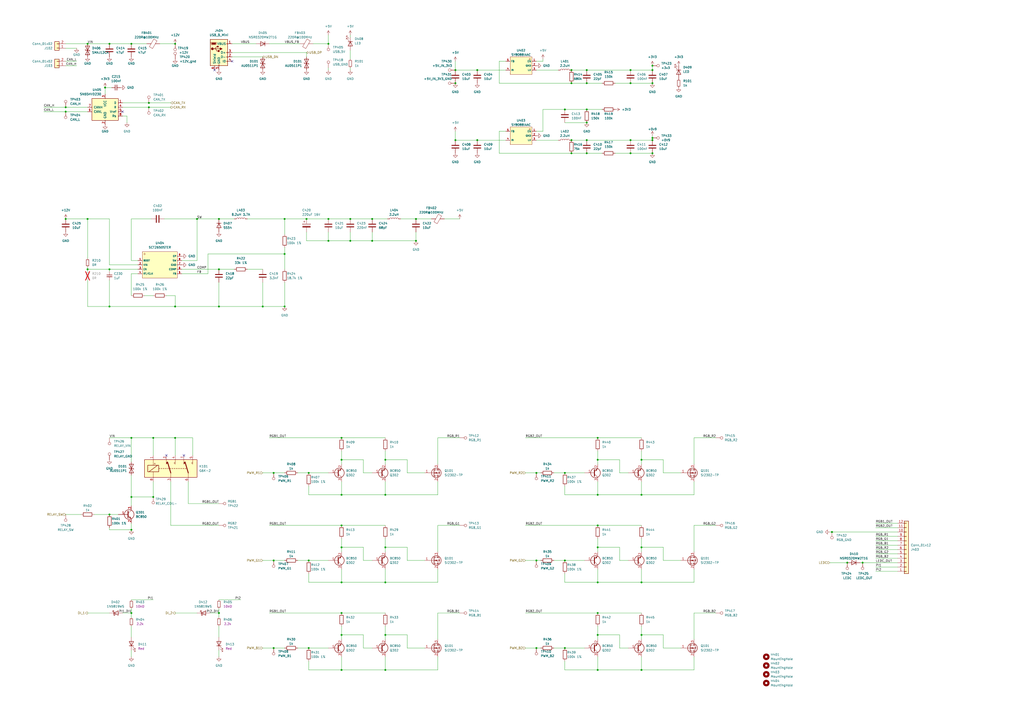
<source format=kicad_sch>
(kicad_sch (version 20230121) (generator eeschema)
  (paper "A2")
  (junction (at 158.75 325.12))
  (junction (at 198.12 388.62))
  (junction (at 340.36 81.28))
  (junction (at 223.52 337.82))
  (junction (at 88.9 254))
  (junction (at 378.46 38.1))
  (junction (at 372.11 287.02))
  (junction (at 179.07 274.32))
  (junction (at 365.76 88.9))
  (junction (at 378.46 40.64))
  (junction (at 179.07 325.12))
  (junction (at 365.76 48.26))
  (junction (at 101.6 254))
  (junction (at 372.11 266.7))
  (junction (at 101.6 177.8))
  (junction (at 223.52 287.02))
  (junction (at 327.66 63.5))
  (junction (at 50.8 25.4))
  (junction (at 198.12 266.7))
  (junction (at 340.36 71.12))
  (junction (at 38.1 62.23))
  (junction (at 311.15 274.32))
  (junction (at 203.2 127))
  (junction (at 76.2 25.4))
  (junction (at 365.76 40.64))
  (junction (at 38.1 127))
  (junction (at 276.86 81.28))
  (junction (at 63.5 177.8))
  (junction (at 241.3 139.7))
  (junction (at 372.11 337.82))
  (junction (at 264.16 81.28))
  (junction (at 223.52 388.62))
  (junction (at 340.36 40.64))
  (junction (at 482.6 308.61))
  (junction (at 331.47 40.64))
  (junction (at 165.1 177.8))
  (junction (at 378.46 48.26))
  (junction (at 198.12 368.3))
  (junction (at 198.12 254))
  (junction (at 127 177.8))
  (junction (at 331.47 88.9))
  (junction (at 340.36 88.9))
  (junction (at 165.1 127))
  (junction (at 127 355.6))
  (junction (at 179.07 375.92))
  (junction (at 63.5 156.21))
  (junction (at 276.86 40.64))
  (junction (at 264.16 40.64))
  (junction (at 491.49 326.39))
  (junction (at 190.5 25.4))
  (junction (at 190.5 127))
  (junction (at 346.71 337.82))
  (junction (at 372.11 317.5))
  (junction (at 63.5 25.4))
  (junction (at 86.36 59.69))
  (junction (at 372.11 368.3))
  (junction (at 311.15 375.92))
  (junction (at 346.71 287.02))
  (junction (at 346.71 304.8))
  (junction (at 152.4 177.8))
  (junction (at 76.2 307.34))
  (junction (at 331.47 81.28))
  (junction (at 215.9 127))
  (junction (at 88.9 288.29))
  (junction (at 340.36 63.5))
  (junction (at 198.12 355.6))
  (junction (at 127 127))
  (junction (at 177.8 127))
  (junction (at 264.16 48.26))
  (junction (at 60.96 50.8))
  (junction (at 346.71 266.7))
  (junction (at 158.75 375.92))
  (junction (at 50.8 156.21))
  (junction (at 76.2 355.6))
  (junction (at 311.15 325.12))
  (junction (at 346.71 355.6))
  (junction (at 331.47 48.26))
  (junction (at 223.52 317.5))
  (junction (at 346.71 388.62))
  (junction (at 327.66 325.12))
  (junction (at 76.2 288.29))
  (junction (at 198.12 287.02))
  (junction (at 327.66 274.32))
  (junction (at 500.38 326.39))
  (junction (at 198.12 337.82))
  (junction (at 190.5 139.7))
  (junction (at 340.36 48.26))
  (junction (at 198.12 317.5))
  (junction (at 86.36 62.23))
  (junction (at 372.11 388.62))
  (junction (at 101.6 25.4))
  (junction (at 215.9 139.7))
  (junction (at 198.12 304.8))
  (junction (at 38.1 64.77))
  (junction (at 50.8 127))
  (junction (at 241.3 127))
  (junction (at 203.2 139.7))
  (junction (at 346.71 368.3))
  (junction (at 114.3 127))
  (junction (at 378.46 81.28))
  (junction (at 63.5 298.45))
  (junction (at 127 156.21))
  (junction (at 223.52 368.3))
  (junction (at 165.1 147.32))
  (junction (at 327.66 375.92))
  (junction (at 158.75 274.32))
  (junction (at 346.71 254))
  (junction (at 223.52 266.7))
  (junction (at 378.46 88.9))
  (junction (at 76.2 254))
  (junction (at 365.76 81.28))
  (junction (at 378.46 80.01))
  (junction (at 346.71 317.5))
  (no_connect (at 71.12 64.77))
  (no_connect (at 124.46 40.64))
  (no_connect (at 134.62 35.56))
  (no_connect (at 96.52 264.16))
  (no_connect (at 106.68 264.16))
  (wire (pts (xy 223.52 368.3) (xy 223.52 370.84)))
  (wire (pts (xy 223.52 381) (xy 223.52 388.62)))
  (wire (pts (xy 190.5 127) (xy 203.2 127)))
  (wire (pts (xy 241.3 127) (xy 250.19 127)))
  (wire (pts (xy 127 177.8) (xy 127 163.83)))
  (wire (pts (xy 179.07 325.12) (xy 190.5 325.12)))
  (wire (pts (xy 64.77 50.8) (xy 60.96 50.8)))
  (wire (pts (xy 76.2 254) (xy 76.2 267.97)))
  (wire (pts (xy 331.47 48.26) (xy 340.36 48.26)))
  (wire (pts (xy 384.81 375.92) (xy 394.97 375.92)))
  (wire (pts (xy 198.12 355.6) (xy 223.52 355.6)))
  (wire (pts (xy 481.33 326.39) (xy 491.49 326.39)))
  (wire (pts (xy 127 353.06) (xy 127 355.6)))
  (wire (pts (xy 372.11 287.02) (xy 402.59 287.02)))
  (wire (pts (xy 223.52 388.62) (xy 198.12 388.62)))
  (wire (pts (xy 402.59 355.6) (xy 415.29 355.6)))
  (wire (pts (xy 127 355.6) (xy 127 358.14)))
  (wire (pts (xy 96.52 171.45) (xy 101.6 171.45)))
  (wire (pts (xy 372.11 266.7) (xy 384.81 266.7)))
  (wire (pts (xy 215.9 325.12) (xy 210.82 325.12)))
  (wire (pts (xy 254 355.6) (xy 266.7 355.6)))
  (wire (pts (xy 76.2 353.06) (xy 76.2 355.6)))
  (wire (pts (xy 359.41 274.32) (xy 359.41 266.7)))
  (wire (pts (xy 327.66 274.32) (xy 339.09 274.32)))
  (wire (pts (xy 327.66 375.92) (xy 339.09 375.92)))
  (wire (pts (xy 63.5 306.07) (xy 63.5 307.34)))
  (wire (pts (xy 327.66 325.12) (xy 339.09 325.12)))
  (wire (pts (xy 264.16 76.2) (xy 264.16 81.28)))
  (wire (pts (xy 346.71 381) (xy 346.71 388.62)))
  (wire (pts (xy 304.8 375.92) (xy 311.15 375.92)))
  (wire (pts (xy 76.2 151.13) (xy 76.2 127)))
  (wire (pts (xy 346.71 330.2) (xy 346.71 337.82)))
  (wire (pts (xy 165.1 143.51) (xy 165.1 147.32)))
  (wire (pts (xy 38.1 298.45) (xy 46.99 298.45)))
  (wire (pts (xy 254 370.84) (xy 254 355.6)))
  (wire (pts (xy 105.41 151.13) (xy 114.3 151.13)))
  (wire (pts (xy 179.07 375.92) (xy 190.5 375.92)))
  (wire (pts (xy 76.2 158.75) (xy 76.2 171.45)))
  (wire (pts (xy 257.81 127) (xy 266.7 127)))
  (wire (pts (xy 63.5 25.4) (xy 76.2 25.4)))
  (wire (pts (xy 346.71 279.4) (xy 346.71 287.02)))
  (wire (pts (xy 289.56 88.9) (xy 289.56 76.2)))
  (wire (pts (xy 210.82 317.5) (xy 198.12 317.5)))
  (wire (pts (xy 179.07 337.82) (xy 179.07 332.74)))
  (wire (pts (xy 378.46 88.9) (xy 365.76 88.9)))
  (wire (pts (xy 63.5 162.56) (xy 63.5 177.8)))
  (wire (pts (xy 210.82 274.32) (xy 210.82 266.7)))
  (wire (pts (xy 203.2 139.7) (xy 215.9 139.7)))
  (wire (pts (xy 190.5 25.4) (xy 181.61 25.4)))
  (wire (pts (xy 50.8 177.8) (xy 63.5 177.8)))
  (wire (pts (xy 76.2 347.98) (xy 88.9 347.98)))
  (wire (pts (xy 236.22 274.32) (xy 246.38 274.32)))
  (wire (pts (xy 165.1 127) (xy 165.1 135.89)))
  (wire (pts (xy 340.36 48.26) (xy 349.25 48.26)))
  (wire (pts (xy 340.36 63.5) (xy 349.25 63.5)))
  (wire (pts (xy 232.41 127) (xy 241.3 127)))
  (wire (pts (xy 372.11 317.5) (xy 372.11 312.42)))
  (wire (pts (xy 76.2 288.29) (xy 76.2 293.37)))
  (wire (pts (xy 203.2 127) (xy 215.9 127)))
  (wire (pts (xy 372.11 368.3) (xy 372.11 363.22)))
  (wire (pts (xy 223.52 330.2) (xy 223.52 337.82)))
  (wire (pts (xy 86.36 62.23) (xy 71.12 62.23)))
  (wire (pts (xy 346.71 266.7) (xy 346.71 269.24)))
  (wire (pts (xy 127 347.98) (xy 139.7 347.98)))
  (wire (pts (xy 76.2 275.59) (xy 76.2 288.29)))
  (wire (pts (xy 50.8 156.21) (xy 63.5 156.21)))
  (wire (pts (xy 198.12 317.5) (xy 198.12 312.42)))
  (wire (pts (xy 331.47 81.28) (xy 340.36 81.28)))
  (wire (pts (xy 346.71 368.3) (xy 346.71 370.84)))
  (wire (pts (xy 359.41 325.12) (xy 359.41 317.5)))
  (wire (pts (xy 304.8 254) (xy 346.71 254)))
  (wire (pts (xy 254 330.2) (xy 254 337.82)))
  (wire (pts (xy 384.81 368.3) (xy 384.81 375.92)))
  (wire (pts (xy 127 377.19) (xy 127 381)))
  (wire (pts (xy 236.22 368.3) (xy 236.22 375.92)))
  (wire (pts (xy 101.6 254) (xy 101.6 264.16)))
  (wire (pts (xy 508 321.31) (xy 520.7 321.31)))
  (wire (pts (xy 359.41 368.3) (xy 346.71 368.3)))
  (wire (pts (xy 254 269.24) (xy 254 254)))
  (wire (pts (xy 304.8 304.8) (xy 346.71 304.8)))
  (wire (pts (xy 372.11 317.5) (xy 384.81 317.5)))
  (wire (pts (xy 63.5 156.21) (xy 63.5 157.48)))
  (wire (pts (xy 120.65 158.75) (xy 120.65 147.32)))
  (wire (pts (xy 63.5 156.21) (xy 80.01 156.21)))
  (wire (pts (xy 152.4 375.92) (xy 158.75 375.92)))
  (wire (pts (xy 156.21 355.6) (xy 198.12 355.6)))
  (wire (pts (xy 99.06 59.69) (xy 86.36 59.69)))
  (wire (pts (xy 223.52 287.02) (xy 198.12 287.02)))
  (wire (pts (xy 215.9 134.62) (xy 215.9 139.7)))
  (wire (pts (xy 210.82 266.7) (xy 198.12 266.7)))
  (wire (pts (xy 402.59 304.8) (xy 415.29 304.8)))
  (wire (pts (xy 364.49 274.32) (xy 359.41 274.32)))
  (wire (pts (xy 346.71 355.6) (xy 372.11 355.6)))
  (wire (pts (xy 372.11 330.2) (xy 372.11 337.82)))
  (wire (pts (xy 114.3 151.13) (xy 114.3 127)))
  (wire (pts (xy 254 304.8) (xy 266.7 304.8)))
  (wire (pts (xy 289.56 35.56) (xy 293.37 35.56)))
  (wire (pts (xy 156.21 304.8) (xy 198.12 304.8)))
  (wire (pts (xy 158.75 325.12) (xy 165.1 325.12)))
  (wire (pts (xy 127 304.8) (xy 99.06 304.8)))
  (wire (pts (xy 314.96 35.56) (xy 311.15 35.56)))
  (wire (pts (xy 101.6 171.45) (xy 101.6 177.8)))
  (wire (pts (xy 198.12 266.7) (xy 198.12 261.62)))
  (wire (pts (xy 215.9 274.32) (xy 210.82 274.32)))
  (wire (pts (xy 346.71 368.3) (xy 346.71 363.22)))
  (wire (pts (xy 198.12 287.02) (xy 179.07 287.02)))
  (wire (pts (xy 44.45 27.94) (xy 38.1 27.94)))
  (wire (pts (xy 210.82 368.3) (xy 198.12 368.3)))
  (wire (pts (xy 88.9 254) (xy 101.6 254)))
  (wire (pts (xy 372.11 337.82) (xy 402.59 337.82)))
  (wire (pts (xy 508 323.85) (xy 520.7 323.85)))
  (wire (pts (xy 83.82 171.45) (xy 88.9 171.45)))
  (wire (pts (xy 71.12 67.31) (xy 73.66 67.31)))
  (wire (pts (xy 114.3 127) (xy 127 127)))
  (wire (pts (xy 356.87 88.9) (xy 365.76 88.9)))
  (wire (pts (xy 372.11 266.7) (xy 372.11 261.62)))
  (wire (pts (xy 311.15 40.64) (xy 323.85 40.64)))
  (wire (pts (xy 203.2 39.37) (xy 203.2 40.64)))
  (wire (pts (xy 198.12 388.62) (xy 179.07 388.62)))
  (wire (pts (xy 372.11 368.3) (xy 372.11 370.84)))
  (wire (pts (xy 198.12 368.3) (xy 198.12 363.22)))
  (wire (pts (xy 50.8 25.4) (xy 63.5 25.4)))
  (wire (pts (xy 134.62 33.02) (xy 152.4 33.02)))
  (wire (pts (xy 384.81 274.32) (xy 394.97 274.32)))
  (wire (pts (xy 101.6 355.6) (xy 114.3 355.6)))
  (wire (pts (xy 311.15 76.2) (xy 314.96 76.2)))
  (wire (pts (xy 158.75 375.92) (xy 165.1 375.92)))
  (wire (pts (xy 241.3 139.7) (xy 241.3 134.62)))
  (wire (pts (xy 346.71 254) (xy 372.11 254)))
  (wire (pts (xy 198.12 254) (xy 223.52 254)))
  (wire (pts (xy 311.15 274.32) (xy 313.69 274.32)))
  (wire (pts (xy 198.12 317.5) (xy 198.12 320.04)))
  (wire (pts (xy 76.2 377.19) (xy 76.2 381)))
  (wire (pts (xy 76.2 127) (xy 87.63 127)))
  (wire (pts (xy 365.76 81.28) (xy 378.46 81.28)))
  (wire (pts (xy 327.66 71.12) (xy 340.36 71.12)))
  (wire (pts (xy 165.1 127) (xy 177.8 127)))
  (wire (pts (xy 372.11 266.7) (xy 372.11 269.24)))
  (wire (pts (xy 50.8 64.77) (xy 38.1 64.77)))
  (wire (pts (xy 359.41 375.92) (xy 359.41 368.3)))
  (wire (pts (xy 331.47 88.9) (xy 289.56 88.9)))
  (wire (pts (xy 340.36 40.64) (xy 365.76 40.64)))
  (wire (pts (xy 198.12 304.8) (xy 223.52 304.8)))
  (wire (pts (xy 73.66 67.31) (xy 73.66 71.12)))
  (wire (pts (xy 384.81 317.5) (xy 384.81 325.12)))
  (wire (pts (xy 198.12 330.2) (xy 198.12 337.82)))
  (wire (pts (xy 254 254) (xy 266.7 254)))
  (wire (pts (xy 378.46 78.74) (xy 378.46 80.01)))
  (wire (pts (xy 127 363.22) (xy 127 369.57)))
  (wire (pts (xy 203.2 134.62) (xy 203.2 139.7)))
  (wire (pts (xy 63.5 177.8) (xy 101.6 177.8)))
  (wire (pts (xy 340.36 81.28) (xy 365.76 81.28)))
  (wire (pts (xy 223.52 388.62) (xy 254 388.62)))
  (wire (pts (xy 372.11 337.82) (xy 346.71 337.82)))
  (wire (pts (xy 384.81 266.7) (xy 384.81 274.32)))
  (wire (pts (xy 76.2 254) (xy 88.9 254)))
  (wire (pts (xy 311.15 375.92) (xy 313.69 375.92)))
  (wire (pts (xy 356.87 48.26) (xy 365.76 48.26)))
  (wire (pts (xy 346.71 266.7) (xy 346.71 261.62)))
  (wire (pts (xy 346.71 388.62) (xy 327.66 388.62)))
  (wire (pts (xy 198.12 368.3) (xy 198.12 370.84)))
  (wire (pts (xy 321.31 375.92) (xy 327.66 375.92)))
  (wire (pts (xy 71.12 355.6) (xy 76.2 355.6)))
  (wire (pts (xy 177.8 139.7) (xy 190.5 139.7)))
  (wire (pts (xy 127 177.8) (xy 152.4 177.8)))
  (wire (pts (xy 365.76 40.64) (xy 378.46 40.64)))
  (wire (pts (xy 359.41 266.7) (xy 346.71 266.7)))
  (wire (pts (xy 289.56 48.26) (xy 289.56 35.56)))
  (wire (pts (xy 109.22 292.1) (xy 109.22 279.4)))
  (wire (pts (xy 264.16 81.28) (xy 276.86 81.28)))
  (wire (pts (xy 198.12 279.4) (xy 198.12 287.02)))
  (wire (pts (xy 346.71 287.02) (xy 327.66 287.02)))
  (wire (pts (xy 76.2 303.53) (xy 76.2 307.34)))
  (wire (pts (xy 172.72 274.32) (xy 179.07 274.32)))
  (wire (pts (xy 223.52 266.7) (xy 223.52 269.24)))
  (wire (pts (xy 156.21 254) (xy 198.12 254)))
  (wire (pts (xy 327.66 287.02) (xy 327.66 281.94)))
  (wire (pts (xy 223.52 337.82) (xy 254 337.82)))
  (wire (pts (xy 364.49 325.12) (xy 359.41 325.12)))
  (wire (pts (xy 311.15 325.12) (xy 313.69 325.12)))
  (wire (pts (xy 203.2 29.21) (xy 203.2 34.29)))
  (wire (pts (xy 76.2 288.29) (xy 88.9 288.29)))
  (wire (pts (xy 172.72 325.12) (xy 179.07 325.12)))
  (wire (pts (xy 101.6 177.8) (xy 127 177.8)))
  (wire (pts (xy 378.46 38.1) (xy 378.46 40.64)))
  (wire (pts (xy 158.75 274.32) (xy 165.1 274.32)))
  (wire (pts (xy 331.47 48.26) (xy 289.56 48.26)))
  (wire (pts (xy 152.4 177.8) (xy 165.1 177.8)))
  (wire (pts (xy 304.8 355.6) (xy 346.71 355.6)))
  (wire (pts (xy 264.16 40.64) (xy 276.86 40.64)))
  (wire (pts (xy 508 313.69) (xy 520.7 313.69)))
  (wire (pts (xy 402.59 370.84) (xy 402.59 355.6)))
  (wire (pts (xy 321.31 325.12) (xy 327.66 325.12)))
  (wire (pts (xy 179.07 287.02) (xy 179.07 281.94)))
  (wire (pts (xy 76.2 363.22) (xy 76.2 369.57)))
  (wire (pts (xy 50.8 127) (xy 63.5 127)))
  (wire (pts (xy 50.8 156.21) (xy 50.8 157.48)))
  (wire (pts (xy 109.22 292.1) (xy 127 292.1)))
  (wire (pts (xy 254 320.04) (xy 254 304.8)))
  (wire (pts (xy 50.8 154.94) (xy 50.8 156.21)))
  (wire (pts (xy 190.5 39.37) (xy 190.5 40.64)))
  (wire (pts (xy 372.11 381) (xy 372.11 388.62)))
  (wire (pts (xy 402.59 320.04) (xy 402.59 304.8)))
  (wire (pts (xy 80.01 151.13) (xy 76.2 151.13)))
  (wire (pts (xy 508 316.23) (xy 520.7 316.23)))
  (wire (pts (xy 236.22 317.5) (xy 236.22 325.12)))
  (wire (pts (xy 210.82 375.92) (xy 210.82 368.3)))
  (wire (pts (xy 190.5 20.32) (xy 190.5 25.4)))
  (wire (pts (xy 236.22 325.12) (xy 246.38 325.12)))
  (wire (pts (xy 215.9 375.92) (xy 210.82 375.92)))
  (wire (pts (xy 101.6 254) (xy 111.76 254)))
  (wire (pts (xy 86.36 59.69) (xy 71.12 59.69)))
  (wire (pts (xy 304.8 325.12) (xy 311.15 325.12)))
  (wire (pts (xy 215.9 139.7) (xy 241.3 139.7)))
  (wire (pts (xy 80.01 153.67) (xy 63.5 153.67)))
  (wire (pts (xy 223.52 368.3) (xy 223.52 363.22)))
  (wire (pts (xy 346.71 337.82) (xy 327.66 337.82)))
  (wire (pts (xy 190.5 134.62) (xy 190.5 139.7)))
  (wire (pts (xy 172.72 375.92) (xy 179.07 375.92)))
  (wire (pts (xy 63.5 153.67) (xy 63.5 127)))
  (wire (pts (xy 520.7 331.47) (xy 508 331.47)))
  (wire (pts (xy 223.52 266.7) (xy 236.22 266.7)))
  (wire (pts (xy 63.5 254) (xy 76.2 254)))
  (wire (pts (xy 236.22 375.92) (xy 246.38 375.92)))
  (wire (pts (xy 215.9 127) (xy 224.79 127)))
  (wire (pts (xy 88.9 288.29) (xy 88.9 279.4)))
  (wire (pts (xy 223.52 317.5) (xy 236.22 317.5)))
  (wire (pts (xy 63.5 307.34) (xy 76.2 307.34)))
  (wire (pts (xy 314.96 34.29) (xy 314.96 35.56)))
  (wire (pts (xy 402.59 269.24) (xy 402.59 254)))
  (wire (pts (xy 121.92 355.6) (xy 127 355.6)))
  (wire (pts (xy 236.22 266.7) (xy 236.22 274.32)))
  (wire (pts (xy 372.11 388.62) (xy 402.59 388.62)))
  (wire (pts (xy 152.4 177.8) (xy 152.4 163.83)))
  (wire (pts (xy 80.01 158.75) (xy 76.2 158.75)))
  (wire (pts (xy 177.8 30.48) (xy 177.8 33.02)))
  (wire (pts (xy 364.49 375.92) (xy 359.41 375.92)))
  (wire (pts (xy 165.1 177.8) (xy 165.1 163.83)))
  (wire (pts (xy 38.1 38.1) (xy 44.45 38.1)))
  (wire (pts (xy 254 279.4) (xy 254 287.02)))
  (wire (pts (xy 314.96 76.2) (xy 314.96 63.5)))
  (wire (pts (xy 372.11 317.5) (xy 372.11 320.04)))
  (wire (pts (xy 327.66 388.62) (xy 327.66 383.54)))
  (wire (pts (xy 499.11 326.39) (xy 500.38 326.39)))
  (wire (pts (xy 38.1 25.4) (xy 50.8 25.4)))
  (wire (pts (xy 177.8 134.62) (xy 177.8 139.7)))
  (wire (pts (xy 88.9 254) (xy 88.9 264.16)))
  (wire (pts (xy 152.4 274.32) (xy 158.75 274.32)))
  (wire (pts (xy 340.36 88.9) (xy 349.25 88.9)))
  (wire (pts (xy 223.52 368.3) (xy 236.22 368.3)))
  (wire (pts (xy 223.52 279.4) (xy 223.52 287.02)))
  (wire (pts (xy 508 318.77) (xy 520.7 318.77)))
  (wire (pts (xy 384.81 325.12) (xy 394.97 325.12)))
  (wire (pts (xy 38.1 62.23) (xy 25.4 62.23)))
  (wire (pts (xy 105.41 156.21) (xy 127 156.21)))
  (wire (pts (xy 314.96 63.5) (xy 327.66 63.5)))
  (wire (pts (xy 289.56 76.2) (xy 293.37 76.2)))
  (wire (pts (xy 50.8 162.56) (xy 50.8 177.8)))
  (wire (pts (xy 198.12 266.7) (xy 198.12 269.24)))
  (wire (pts (xy 276.86 81.28) (xy 293.37 81.28)))
  (wire (pts (xy 223.52 287.02) (xy 254 287.02)))
  (wire (pts (xy 134.62 25.4) (xy 148.59 25.4)))
  (wire (pts (xy 38.1 127) (xy 50.8 127)))
  (wire (pts (xy 179.07 388.62) (xy 179.07 383.54)))
  (wire (pts (xy 402.59 254) (xy 415.29 254)))
  (wire (pts (xy 210.82 325.12) (xy 210.82 317.5)))
  (wire (pts (xy 331.47 88.9) (xy 340.36 88.9)))
  (wire (pts (xy 92.71 25.4) (xy 101.6 25.4)))
  (wire (pts (xy 50.8 62.23) (xy 38.1 62.23)))
  (wire (pts (xy 105.41 158.75) (xy 120.65 158.75)))
  (wire (pts (xy 54.61 298.45) (xy 63.5 298.45)))
  (wire (pts (xy 346.71 317.5) (xy 346.71 320.04)))
  (wire (pts (xy 378.46 48.26) (xy 365.76 48.26)))
  (wire (pts (xy 500.38 326.39) (xy 520.7 326.39)))
  (wire (pts (xy 152.4 325.12) (xy 158.75 325.12)))
  (wire (pts (xy 76.2 355.6) (xy 76.2 358.14)))
  (wire (pts (xy 402.59 279.4) (xy 402.59 287.02)))
  (wire (pts (xy 111.76 254) (xy 111.76 264.16)))
  (wire (pts (xy 179.07 274.32) (xy 190.5 274.32)))
  (wire (pts (xy 304.8 274.32) (xy 311.15 274.32)))
  (wire (pts (xy 143.51 127) (xy 165.1 127)))
  (wire (pts (xy 50.8 355.6) (xy 63.5 355.6)))
  (wire (pts (xy 508 303.53) (xy 520.7 303.53)))
  (wire (pts (xy 120.65 147.32) (xy 165.1 147.32)))
  (wire (pts (xy 143.51 156.21) (xy 152.4 156.21)))
  (wire (pts (xy 38.1 35.56) (xy 44.45 35.56)))
  (wire (pts (xy 254 381) (xy 254 388.62)))
  (wire (pts (xy 372.11 279.4) (xy 372.11 287.02)))
  (wire (pts (xy 223.52 317.5) (xy 223.52 312.42)))
  (wire (pts (xy 264.16 35.56) (xy 264.16 40.64)))
  (wire (pts (xy 50.8 127) (xy 50.8 149.86)))
  (wire (pts (xy 63.5 298.45) (xy 68.58 298.45)))
  (wire (pts (xy 311.15 81.28) (xy 323.85 81.28)))
  (wire (pts (xy 156.21 25.4) (xy 173.99 25.4)))
  (wire (pts (xy 190.5 139.7) (xy 203.2 139.7)))
  (wire (pts (xy 127 127) (xy 135.89 127)))
  (wire (pts (xy 198.12 381) (xy 198.12 388.62)))
  (wire (pts (xy 331.47 40.64) (xy 340.36 40.64)))
  (wire (pts (xy 327.66 63.5) (xy 340.36 63.5)))
  (wire (pts (xy 38.1 64.77) (xy 25.4 64.77)))
  (wire (pts (xy 223.52 317.5) (xy 223.52 320.04)))
  (wire (pts (xy 114.3 127) (xy 95.25 127)))
  (wire (pts (xy 482.6 308.61) (xy 520.7 308.61)))
  (wire (pts (xy 346.71 304.8) (xy 372.11 304.8)))
  (wire (pts (xy 508 311.15) (xy 520.7 311.15)))
  (wire (pts (xy 99.06 304.8) (xy 99.06 279.4)))
  (wire (pts (xy 481.33 308.61) (xy 482.6 308.61)))
  (wire (pts (xy 223.52 266.7) (xy 223.52 261.62)))
  (wire (pts (xy 372.11 287.02) (xy 346.71 287.02)))
  (wire (pts (xy 402.59 330.2) (xy 402.59 337.82)))
  (wire (pts (xy 346.71 317.5) (xy 346.71 312.42)))
  (wire (pts (xy 76.2 25.4) (xy 85.09 25.4)))
  (wire (pts (xy 276.86 40.64) (xy 293.37 40.64)))
  (wire (pts (xy 203.2 20.32) (xy 203.2 21.59)))
  (wire (pts (xy 223.52 337.82) (xy 198.12 337.82)))
  (wire (pts (xy 60.96 50.8) (xy 60.96 54.61)))
  (wire (pts (xy 177.8 127) (xy 190.5 127)))
  (wire (pts (xy 402.59 381) (xy 402.59 388.62)))
  (wire (pts (xy 359.41 317.5) (xy 346.71 317.5)))
  (wire (pts (xy 520.7 306.07) (xy 508 306.07)))
  (wire (pts (xy 372.11 368.3) (xy 384.81 368.3)))
  (wire (pts (xy 327.66 337.82) (xy 327.66 332.74)))
  (wire (pts (xy 165.1 147.32) (xy 165.1 156.21)))
  (wire (pts (xy 134.62 30.48) (xy 177.8 30.48)))
  (wire (pts (xy 520.7 328.93) (xy 508 328.93)))
  (wire (pts (xy 321.31 274.32) (xy 327.66 274.32)))
  (wire (pts (xy 127 156.21) (xy 135.89 156.21)))
  (wire (pts (xy 372.11 388.62) (xy 346.71 388.62)))
  (wire (pts (xy 198.12 337.82) (xy 179.07 337.82)))
  (wire (pts (xy 99.06 62.23) (xy 86.36 62.23)))
  (wire (pts (xy 378.46 80.01) (xy 378.46 81.28)))
  (label "RGB_B1" (at 508 316.23 0))
  (label "RGB1_OUT" (at 127 292.1 180))
  (label "PI1_DIV" (at 76.2 355.6 180) (property "Netclass" "GPIO" (effects hide)))
  (label "RGB2_OUT" (at 304.8 355.6 0))
  (label "CAN_L" (at 44.45 35.56 180))
  (label "PI1" (at 88.9 347.98 180))
  (label "RGB2_OUT" (at 508 306.07 0))
  (label "RGB_B2" (at 415.29 355.6 180))
  (label "RGB1_OUT" (at 156.21 254 0))
  (label "RGB2_OUT" (at 304.8 254 0))
  (label "PI2" (at 139.7 347.98 180))
  (label "VBUS" (at 139.7 25.4 0))
  (label "RGB_B2" (at 508 323.85 0))
  (label "RGB2_OUT" (at 304.8 304.8 0))
  (label "RGB1_OUT" (at 156.21 304.8 0))
  (label "RGB_B1" (at 266.7 355.6 180))
  (label "RGB_R1" (at 266.7 254 180))
  (label "RGB_G1" (at 266.7 304.8 180))
  (label "VBUS_FB" (at 165.1 25.4 0))
  (label "RGB1_OUT" (at 508 303.53 0))
  (label "PI1" (at 508 328.93 0))
  (label "VIN" (at 63.5 254 0))
  (label "RGB_R2" (at 508 318.77 0))
  (label "RGB_R2" (at 415.29 254 180))
  (label "RGB_G2" (at 415.29 304.8 180))
  (label "PI2_DIV" (at 127 355.6 180) (property "Netclass" "GPIO" (effects hide)))
  (label "CAN_L" (at 25.4 64.77 0))
  (label "CAN_H" (at 25.4 62.23 0))
  (label "RGB1_OUT" (at 156.21 355.6 0))
  (label "LEDC_OUT" (at 508 326.39 0))
  (label "RGB_G1" (at 508 313.69 0))
  (label "PI2" (at 508 331.47 0))
  (label "FB" (at 114.3 158.75 0))
  (label "RGB2_OUT" (at 127 304.8 180))
  (label "RGB_R1" (at 508 311.15 0))
  (label "VIN" (at 50.8 25.4 0))
  (label "COMP" (at 114.3 156.21 0))
  (label "CAN_H" (at 44.45 38.1 180))
  (label "SW" (at 114.3 127 0))
  (label "RGB_G2" (at 508 321.31 0))
  (hierarchical_label "LEDC" (shape input) (at 481.33 326.39 180))
  (hierarchical_label "CAN_TX" (shape input) (at 99.06 59.69 0))
  (hierarchical_label "PWM_B1" (shape input) (at 152.4 375.92 180))
  (hierarchical_label "USB_DN" (shape bidirectional) (at 152.4 33.02 0))
  (hierarchical_label "DI_2" (shape output) (at 101.6 355.6 180))
  (hierarchical_label "PWM_B2" (shape input) (at 304.8 375.92 180))
  (hierarchical_label "DI_1" (shape output) (at 50.8 355.6 180))
  (hierarchical_label "PWM_G2" (shape input) (at 304.8 325.12 180))
  (hierarchical_label "PWM_G1" (shape input) (at 152.4 325.12 180))
  (hierarchical_label "CAN_RX" (shape output) (at 99.06 62.23 0))
  (hierarchical_label "PWM_R2" (shape input) (at 304.8 274.32 180))
  (hierarchical_label "PWM_R1" (shape input) (at 152.4 274.32 180))
  (hierarchical_label "RELAY_SW" (shape input) (at 38.1 298.45 180))
  (hierarchical_label "USB_DP" (shape bidirectional) (at 177.8 30.48 0))
  (symbol (lib_id "Transistor_BJT:BC850") (at 220.98 325.12 0) (mirror x) (unit 1)
    (property "Reference" "Q302" (at 226.06 326.39 0) (effects (justify left)))
    (property "Value" "BC850" (at 226.06 323.85 0) (effects (justify left)))
    (property "Footprint" "Package_TO_SOT_SMD:SOT-23" (effects hide))
    (property "Datasheet" "http://www.infineon.com/dgdl/Infineon-BC847SERIES_BC848SERIES_BC849SERIES_BC850SERIES-DS-v01_01-en.pdf?fileId=db3a304314dca389011541d4630a1657" (effects hide))
    (property "LCSC" "C78484" (effects hide))
    (property "MPN" "BC850CLT1G" (effects hide))
    (instances (project "underglow3" (path "" (reference "Q302") (unit 1)) (path "" (reference "Q406") (unit 1))))
  )
  (symbol (lib_id "LCSC_LED:LED_0603_RED") (at 76.2 373.38 90) (unit 1)
    (property "Reference" "D411" (at 80.01 373.6975 90) (effects (justify right)))
    (property "Value" "LED_0603_RED" (effects hide))
    (property "Footprint" "LED_SMD:LED_0603_1608Metric" (effects hide))
    (property "Datasheet" "https://datasheet.lcsc.com/lcsc/1912111437_MEIHUA-MHT192CRCT_C389517.pdf" (effects hide))
    (property "MPN" "MHT192CRCT" (effects hide))
    (property "LCSC" "C389517" (effects hide))
    (property "Color" "Red" (at 80.01 376.2375 90) (effects (justify right)))
    (instances (project "underglow3" (path "" (reference "D411") (unit 1))) (project "underglow2" (path "" (reference "D101") (unit 1))))
  )
  (symbol (lib_id "Device:D") (at 152.4 25.4 180) (unit 1)
    (property "Reference" "D405" (at 152.4 19.05 0))
    (property "Value" "NSR0320MW2T1G" (at 152.4 21.59 0))
    (property "Footprint" "Diode_SMD:D_SOD-323" (effects hide))
    (property "Sim.Device" "D" (effects hide))
    (property "Sim.Pins" "1=K 2=A" (effects hide))
    (property "LCSC" "C48192" (effects hide))
    (property "MPN" "NSR0320MW2T1G" (effects hide))
  )
  (symbol (lib_id "Device:L") (at 327.66 40.64 90) (unit 1)
    (property "Reference" "L401" (at 327.66 35.56 90))
    (property "Value" "2.2uH" (at 327.66 38.1 90))
    (property "Footprint" "Inductor_LCSC:IND-SMD_L2.0-W1.6_VLS201610CX-150M" (effects hide))
    (property "LCSC" "C97005" (effects hide))
    (property "MPN" "WPN201610H2R2MT" (effects hide))
  )
  (symbol (lib_id "Device:L") (at 228.6 127 90) (unit 1)
    (property "Reference" "L404" (at 228.6 121.92 90))
    (property "Value" "2.2uH" (at 228.6 124.46 90))
    (property "Footprint" "Inductor_LCSC:IND-SMD_L2.0-W1.6_VLS201610CX-150M" (effects hide))
    (property "LCSC" "C97005" (effects hide))
    (property "MPN" "WPN201610H2R2MT" (effects hide))
  )
  (symbol (lib_id "power:+12V") (at 101.6 25.4 0) (unit 1)
    (property "Reference" "#PWR0408" (effects hide))
    (property "Value" "+12V" (at 101.6 20.32 0))
  )
  (symbol (lib_id "Mechanical:MountingHole") (at 444.5 381 0) (unit 1)
    (property "Reference" "H401" (at 447.04 379.73 0) (effects (justify left)))
    (property "Value" "MountingHole" (at 447.04 382.27 0) (effects (justify left)))
    (property "Footprint" "MountingHole:MountingHole_2.2mm_M2" (effects hide))
  )
  (symbol (lib_id "Device:C") (at 365.76 85.09 0) (unit 1)
    (property "Reference" "C411" (at 369.57 83.82 0) (effects (justify left)))
    (property "Value" "100nF" (at 369.57 86.36 0) (effects (justify left)))
    (property "Footprint" "Capacitor_SMD:C_0402_1005Metric" (effects hide))
    (property "LCSC" "C307331" (effects hide))
    (property "MPN" "CL05B104KB54PNC" (effects hide))
  )
  (symbol (lib_id "Device:C") (at 340.36 44.45 0) (unit 1)
    (property "Reference" "C405" (at 344.17 43.18 0) (effects (justify left)))
    (property "Value" "22pF" (at 344.17 45.72 0) (effects (justify left)))
    (property "Footprint" "Capacitor_SMD:C_0402_1005Metric" (effects hide))
    (property "LCSC" "C147430" (effects hide))
    (property "MPN" "C1005NP0220JGTS" (effects hide))
  )
  (symbol (lib_id "Mechanical:MountingHole") (at 444.5 391.16 0) (unit 1)
    (property "Reference" "H403" (at 447.04 389.89 0) (effects (justify left)))
    (property "Value" "MountingHole" (at 447.04 392.43 0) (effects (justify left)))
    (property "Footprint" "MountingHole:MountingHole_2.2mm_M2" (effects hide))
  )
  (symbol (lib_id "power:GND") (at 76.2 33.02 0) (mirror y) (unit 1)
    (property "Reference" "#PWR0104" (effects hide))
    (property "Value" "GND" (at 76.2 36.83 0))
    (instances (project "dtm04" (path "" (reference "#PWR0104") (unit 1))) (project "underglow3" (path "" (reference "#PWR0431") (unit 1))))
  )
  (symbol (lib_id "power:GND") (at 481.33 308.61 270) (unit 1)
    (property "Reference" "#PWR0401" (effects hide))
    (property "Value" "GND" (at 477.52 308.61 90) (effects (justify right)))
  )
  (symbol (lib_id "Device:C_Small") (at 67.31 50.8 90) (unit 1)
    (property "Reference" "C215" (at 67.3163 44.45 90))
    (property "Value" "100nf" (at 67.3163 46.99 90))
    (property "Footprint" "Capacitor_SMD:C_0402_1005Metric" (effects hide))
    (property "LCSC" "C307331" (effects hide))
    (property "MPN" "CL05B104KB54PNC" (effects hide))
    (instances (project "underglow3" (path "" (reference "C215") (unit 1)) (path "" (reference "C426") (unit 1))))
  )
  (symbol (lib_id "power:GND") (at 276.86 88.9 0) (unit 1)
    (property "Reference" "#PWR0419" (effects hide))
    (property "Value" "GND" (at 276.86 93.98 0))
  )
  (symbol (lib_id "LCSC_Resistor:R_0805_10k") (at 76.2 350.52 0) (unit 1)
    (property "Reference" "R403" (at 78.74 349.25 0) (effects (justify left)))
    (property "Value" "10k" (effects hide))
    (property "Footprint" "Resistor_SMD:R_0805_2012Metric" (effects hide))
    (property "Datasheet" "https://datasheet.lcsc.com/lcsc/2206010216_UNI-ROYAL-Uniroyal-Elec-0805W8F1002T5E_C17414.pdf" (effects hide))
    (property "LCSC" "C17414" (effects hide))
    (property "Resistance" "10kΩ" (at 78.74 351.79 0) (effects (justify left)))
    (property "MPN" "0805W8F1002T5E" (effects hide))
    (instances (project "underglow3" (path "" (reference "R403") (unit 1))) (project "underglow2" (path "" (reference "R102") (unit 1))))
  )
  (symbol (lib_id "Device:R") (at 179.07 379.73 0) (unit 1)
    (property "Reference" "R431" (at 180.34 378.46 0) (effects (justify left)))
    (property "Value" "100k 1%" (at 180.34 381 0) (effects (justify left)))
    (property "Footprint" "Resistor_SMD:R_0402_1005Metric" (effects hide))
    (property "LCSC" "C60491" (effects hide))
    (property "MPN" "RC0402FR-07100KL" (effects hide))
  )
  (symbol (lib_id "power:+5V") (at 264.16 76.2 0) (unit 1)
    (property "Reference" "#PWR0438" (effects hide))
    (property "Value" "+5V" (at 264.16 71.12 0))
  )
  (symbol (lib_id "Transistor_BJT:BC850") (at 344.17 274.32 0) (mirror x) (unit 1)
    (property "Reference" "Q302" (at 349.25 275.59 0) (effects (justify left)))
    (property "Value" "BC850" (at 349.25 273.05 0) (effects (justify left)))
    (property "Footprint" "Package_TO_SOT_SMD:SOT-23" (effects hide))
    (property "Datasheet" "http://www.infineon.com/dgdl/Infineon-BC847SERIES_BC848SERIES_BC849SERIES_BC850SERIES-DS-v01_01-en.pdf?fileId=db3a304314dca389011541d4630a1657" (effects hide))
    (property "LCSC" "C78484" (effects hide))
    (property "MPN" "BC850CLT1G" (effects hide))
    (instances (project "underglow3" (path "" (reference "Q302") (unit 1)) (path "" (reference "Q411") (unit 1))))
  )
  (symbol (lib_id "power:GND") (at 60.96 72.39 0) (mirror y) (unit 1)
    (property "Reference" "#PWR0104" (effects hide))
    (property "Value" "GND" (at 60.96 76.2 0))
    (instances (project "dtm04" (path "" (reference "#PWR0104") (unit 1))) (project "underglow3" (path "" (reference "#PWR0444") (unit 1))))
  )
  (symbol (lib_id "Device:C") (at 63.5 29.21 0) (unit 1)
    (property "Reference" "C414" (at 67.31 27.94 0) (effects (justify left)))
    (property "Value" "47uF" (at 67.31 30.48 0) (effects (justify left)))
    (property "Footprint" "Capacitor_SMD:C_0603_1608Metric" (effects hide))
    (property "LCSC" "C140782" (effects hide))
    (property "MPN" "GRM188R60J476ME15D" (effects hide))
  )
  (symbol (lib_id "Device:LED") (at 203.2 25.4 270) (unit 1)
    (property "Reference" "D408" (at 205.74 22.5425 90) (effects (justify left)))
    (property "Value" "LED" (at 205.74 25.0825 90) (effects (justify left)))
    (property "Footprint" "LED_SMD:LED_0402_1005Metric" (effects hide))
    (property "LCSC" "C364556" (effects hide))
    (property "MPN" "LTST-C281KRKT" (effects hide))
  )
  (symbol (lib_id "power:GND") (at 63.5 266.7 0) (unit 1)
    (property "Reference" "#PWR0448" (effects hide))
    (property "Value" "GND" (at 63.5 271.78 0))
  )
  (symbol (lib_id "Connector:TestPoint") (at 311.15 375.92 180) (unit 1)
    (property "Reference" "TP410" (at 313.69 377.952 0) (effects (justify right)))
    (property "Value" "PWM_B2" (at 313.69 380.492 0) (effects (justify right)))
    (property "Footprint" "TestPoint:TestPoint_Pad_D2.0mm" (effects hide))
  )
  (symbol (lib_id "Device:C") (at 327.66 67.31 0) (unit 1)
    (property "Reference" "C413" (at 331.47 66.04 0) (effects (justify left)))
    (property "Value" "100nF" (at 331.47 68.58 0) (effects (justify left)))
    (property "Footprint" "Capacitor_SMD:C_0402_1005Metric" (effects hide))
    (property "LCSC" "C307331" (effects hide))
    (property "MPN" "CL05B104KB54PNC" (effects hide))
  )
  (symbol (lib_id "Device:C_Small") (at 63.5 160.02 0) (unit 1)
    (property "Reference" "C230" (at 66.04 158.7563 0) (effects (justify left)))
    (property "Value" "1uF" (at 66.04 161.2963 0) (effects (justify left)))
    (property "Footprint" "Resistor_SMD:R_0402_1005Metric" (effects hide))
    (property "LCSC" "C52923" (effects hide))
    (property "MPN" "CL05A105KA5NQNC" (effects hide))
    (instances (project "underglow3" (path "" (reference "C230") (unit 1)) (path "" (reference "C416") (unit 1))))
  )
  (symbol (lib_name "VDD_1") (lib_id "power:VDD") (at 378.46 78.74 0) (unit 1)
    (property "Reference" "#PWR0218" (effects hide))
    (property "Value" "+0v9" (at 378.46 74.93 0))
    (instances (project "underglow3" (path "" (reference "#PWR0218") (unit 1)) (path "" (reference "#PWR0422") (unit 1))))
  )
  (symbol (lib_id "Device:C") (at 378.46 44.45 0) (unit 1)
    (property "Reference" "C407" (at 382.27 43.18 0) (effects (justify left)))
    (property "Value" "10uF" (at 382.27 45.72 0) (effects (justify left)))
    (property "Footprint" "Capacitor_SMD:C_0603_1608Metric" (effects hide))
    (property "LCSC" "C466780" (effects hide))
    (property "MPN" "C0603X5R106M100NT" (effects hide))
  )
  (symbol (lib_id "power:GND") (at 105.41 153.67 90) (unit 1)
    (property "Reference" "#PWR0433" (effects hide))
    (property "Value" "GND" (at 109.22 153.67 90) (effects (justify right)))
  )
  (symbol (lib_id "Device:D_TVS") (at 76.2 271.78 90) (unit 1)
    (property "Reference" "D101" (at 73.66 270.51 90) (effects (justify left)))
    (property "Value" "AU0511P1" (at 73.66 273.05 90) (effects (justify left)))
    (property "Footprint" "Package_DFN_QFN:Diodes_DFN1006-3" (effects hide))
    (property "LCSC" "C19632468" (effects hide))
    (property "MPN" "AU0511P1" (effects hide))
    (instances (project "underglow3" (path "" (reference "D101") (unit 1)) (path "" (reference "D401") (unit 1))))
  )
  (symbol (lib_id "Device:R") (at 353.06 88.9 90) (unit 1)
    (property "Reference" "R417" (at 353.06 82.55 90))
    (property "Value" "150k" (at 353.06 85.09 90))
    (property "Footprint" "Resistor_SMD:R_0402_1005Metric" (effects hide))
    (property "LCSC" "C144033" (effects hide))
    (property "MPN" "AF0402FR-07150KL" (effects hide))
  )
  (symbol (lib_id "Connector:TestPoint") (at 190.5 39.37 0) (unit 1)
    (property "Reference" "TP418" (at 193.04 34.798 0) (effects (justify left)))
    (property "Value" "USB_GND" (at 193.04 37.338 0) (effects (justify left)))
    (property "Footprint" "TestPoint:TestPoint_Pad_D2.0mm" (effects hide))
  )
  (symbol (lib_id "Device:R") (at 340.36 67.31 180) (unit 1)
    (property "Reference" "R418" (at 342.9 66.04 0) (effects (justify right)))
    (property "Value" "150k" (at 342.9 68.58 0) (effects (justify right)))
    (property "Footprint" "Resistor_SMD:R_0402_1005Metric" (effects hide))
    (property "LCSC" "C144033" (effects hide))
    (property "MPN" "AF0402FR-07150KL" (effects hide))
  )
  (symbol (lib_id "Device:C") (at 76.2 29.21 0) (unit 1)
    (property "Reference" "C415" (at 80.01 27.94 0) (effects (justify left)))
    (property "Value" "47uF" (at 80.01 30.48 0) (effects (justify left)))
    (property "Footprint" "Capacitor_SMD:C_0603_1608Metric" (effects hide))
    (property "LCSC" "C140782" (effects hide))
    (property "MPN" "GRM188R60J476ME15D" (effects hide))
  )
  (symbol (lib_id "Device:R") (at 165.1 160.02 0) (unit 1)
    (property "Reference" "R424" (at 166.37 158.75 0) (effects (justify left)))
    (property "Value" "18.7k 1%" (at 166.37 161.29 0) (effects (justify left)))
    (property "Footprint" "Resistor_SMD:R_0402_1005Metric" (effects hide))
    (property "LCSC" "C850842" (effects hide))
    (property "MPN" "AT0402BRD0718K7L" (effects hide))
  )
  (symbol (lib_id "Device:R") (at 223.52 308.61 0) (unit 1)
    (property "Reference" "R429" (at 226.06 307.34 0) (effects (justify left)))
    (property "Value" "1k" (at 226.06 309.88 0) (effects (justify left)))
    (property "Footprint" "Resistor_SMD:R_0402_1005Metric" (effects hide))
    (property "LCSC" "C11702" (effects hide))
    (property "MPN" "C11702" (effects hide))
  )
  (symbol (lib_id "Device:C") (at 264.16 44.45 0) (unit 1)
    (property "Reference" "C403" (at 267.97 43.18 0) (effects (justify left)))
    (property "Value" "10uF" (at 267.97 45.72 0) (effects (justify left)))
    (property "Footprint" "Capacitor_SMD:C_0603_1608Metric" (effects hide))
    (property "LCSC" "C466780" (effects hide))
    (property "MPN" "C0603X5R106M100NT" (effects hide))
  )
  (symbol (lib_id "Device:R") (at 50.8 298.45 270) (unit 1)
    (property "Reference" "R402" (at 50.8 293.37 90))
    (property "Value" "1k" (at 50.8 295.91 90))
    (property "Footprint" "Resistor_SMD:R_0402_1005Metric" (effects hide))
    (property "LCSC" "C11702" (effects hide))
    (property "MPN" "C11702" (effects hide))
  )
  (symbol (lib_id "power:GND") (at 127 381 0) (unit 1)
    (property "Reference" "#PWR0405" (effects hide))
    (property "Value" "GND" (at 127 386.08 0))
    (instances (project "underglow3" (path "" (reference "#PWR0405") (unit 1))) (project "underglow2" (path "" (reference "#PWR0108") (unit 1))))
  )
  (symbol (lib_id "Transistor_BJT:BC850") (at 344.17 375.92 0) (mirror x) (unit 1)
    (property "Reference" "Q302" (at 349.25 377.19 0) (effects (justify left)))
    (property "Value" "BC850" (at 349.25 374.65 0) (effects (justify left)))
    (property "Footprint" "Package_TO_SOT_SMD:SOT-23" (effects hide))
    (property "Datasheet" "http://www.infineon.com/dgdl/Infineon-BC847SERIES_BC848SERIES_BC849SERIES_BC850SERIES-DS-v01_01-en.pdf?fileId=db3a304314dca389011541d4630a1657" (effects hide))
    (property "LCSC" "C78484" (effects hide))
    (property "MPN" "BC850CLT1G" (effects hide))
    (instances (project "underglow3" (path "" (reference "Q302") (unit 1)) (path "" (reference "Q413") (unit 1))))
  )
  (symbol (lib_id "Device:FerriteBead") (at 177.8 25.4 90) (unit 1)
    (property "Reference" "FB403" (at 173.99 19.05 90))
    (property "Value" "220R@100MHz" (at 173.99 21.59 90))
    (property "Footprint" "Inductor_SMD:L_0603_1608Metric" (effects hide))
    (property "LCSC" "C85827" (effects hide))
    (property "MPN" "BLM18EG221SN1D" (effects hide))
  )
  (symbol (lib_id "Device:C") (at 365.76 44.45 0) (unit 1)
    (property "Reference" "C406" (at 369.57 43.18 0) (effects (justify left)))
    (property "Value" "100nF" (at 369.57 45.72 0) (effects (justify left)))
    (property "Footprint" "Capacitor_SMD:C_0402_1005Metric" (effects hide))
    (property "LCSC" "C307331" (effects hide))
    (property "MPN" "CL05B104KB54PNC" (effects hide))
  )
  (symbol (lib_id "Diode:1N5819WS") (at 67.31 355.6 0) (unit 1)
    (property "Reference" "D402" (at 66.9925 349.25 0))
    (property "Value" "1N5819WS" (at 66.9925 351.79 0))
    (property "Footprint" "Diode_SMD:D_SOD-323" (effects hide))
    (property "Datasheet" "https://datasheet.lcsc.com/lcsc/2204281430_Guangdong-Hottech-1N5819WS_C191023.pdf" (effects hide))
    (property "LCSC" "C191023" (effects hide))
    (property "MPN" "1N5819WS" (effects hide))
    (instances (project "underglow3" (path "" (reference "D402") (unit 1))) (project "underglow2" (path "" (reference "D108") (unit 1))))
  )
  (symbol (lib_id "Device:C") (at 127 160.02 0) (unit 1)
    (property "Reference" "C418" (at 130.81 158.75 0) (effects (justify left)))
    (property "Value" "22pF" (at 130.81 161.29 0) (effects (justify left)))
    (property "Footprint" "Capacitor_SMD:C_0402_1005Metric" (effects hide))
    (property "LCSC" "C147430" (effects hide))
    (property "MPN" "C1005NP0220JGTS" (effects hide))
  )
  (symbol (lib_id "power:GND") (at 203.2 40.64 0) (unit 1)
    (property "Reference" "#PWR0441" (effects hide))
    (property "Value" "GND" (at 203.2 45.72 0))
  )
  (symbol (lib_id "power:GND") (at 264.16 88.9 0) (unit 1)
    (property "Reference" "#PWR0418" (effects hide))
    (property "Value" "GND" (at 264.16 93.98 0))
  )
  (symbol (lib_id "Connector:TestPoint") (at 38.1 64.77 180) (unit 1)
    (property "Reference" "TP404" (at 40.64 66.802 0) (effects (justify right)))
    (property "Value" "CAN_L" (at 40.64 69.342 0) (effects (justify right)))
    (property "Footprint" "TestPoint:TestPoint_Pad_D2.0mm" (effects hide))
  )
  (symbol (lib_id "Transistor_BJT:BC850") (at 369.57 325.12 0) (mirror x) (unit 1)
    (property "Reference" "Q302" (at 374.65 326.39 0) (effects (justify left)))
    (property "Value" "BC850" (at 374.65 323.85 0) (effects (justify left)))
    (property "Footprint" "Package_TO_SOT_SMD:SOT-23" (effects hide))
    (property "Datasheet" "http://www.infineon.com/dgdl/Infineon-BC847SERIES_BC848SERIES_BC849SERIES_BC850SERIES-DS-v01_01-en.pdf?fileId=db3a304314dca389011541d4630a1657" (effects hide))
    (property "LCSC" "C78484" (effects hide))
    (property "MPN" "BC850CLT1G" (effects hide))
    (instances (project "underglow3" (path "" (reference "Q302") (unit 1)) (path "" (reference "Q415") (unit 1))))
  )
  (symbol (lib_id "Device:R_Small") (at 50.8 160.02 0) (unit 1) (dnp yes)
    (property "Reference" "R210" (at 53.34 158.75 0) (effects (justify left)))
    (property "Value" "0R" (at 53.34 161.29 0) (effects (justify left)))
    (property "Footprint" "Resistor_SMD:R_0402_1005Metric" (effects hide))
    (property "LCSC" "C17168" (effects hide))
    (property "MPN" "0402WGF0000TCE" (effects hide))
    (instances (project "underglow3" (path "" (reference "R210") (unit 1)) (path "" (reference "R420") (unit 1))))
  )
  (symbol (lib_id "Device:R") (at 179.07 328.93 0) (unit 1)
    (property "Reference" "R412" (at 180.34 327.66 0) (effects (justify left)))
    (property "Value" "100k 1%" (at 180.34 330.2 0) (effects (justify left)))
    (property "Footprint" "Resistor_SMD:R_0402_1005Metric" (effects hide))
    (property "LCSC" "C60491" (effects hide))
    (property "MPN" "RC0402FR-07100KL" (effects hide))
  )
  (symbol (lib_id "Device:C") (at 190.5 130.81 0) (unit 1)
    (property "Reference" "C421" (at 194.31 129.54 0) (effects (justify left)))
    (property "Value" "10uF" (at 194.31 132.08 0) (effects (justify left)))
    (property "Footprint" "Capacitor_SMD:C_0603_1608Metric" (effects hide))
    (property "LCSC" "C466780" (effects hide))
    (property "MPN" "C0603X5R106M100NT" (effects hide))
  )
  (symbol (lib_id "Device:R") (at 223.52 257.81 0) (unit 1)
    (property "Reference" "R410" (at 226.06 256.54 0) (effects (justify left)))
    (property "Value" "1k" (at 226.06 259.08 0) (effects (justify left)))
    (property "Footprint" "Resistor_SMD:R_0402_1005Metric" (effects hide))
    (property "LCSC" "C11702" (effects hide))
    (property "MPN" "C11702" (effects hide))
  )
  (symbol (lib_id "power:GND") (at 264.16 48.26 0) (unit 1)
    (property "Reference" "#PWR0410" (effects hide))
    (property "Value" "GND" (at 264.16 53.34 0))
  )
  (symbol (lib_id "Device:R") (at 317.5 274.32 270) (unit 1)
    (property "Reference" "R434" (at 317.5 269.24 90))
    (property "Value" "1k" (at 317.5 271.78 90))
    (property "Footprint" "Resistor_SMD:R_0402_1005Metric" (effects hide))
    (property "LCSC" "C11702" (effects hide))
    (property "MPN" "C11702" (effects hide))
  )
  (symbol (lib_id "Connector:TestPoint") (at 415.29 355.6 270) (unit 1)
    (property "Reference" "TP417" (at 420.37 354.33 90) (effects (justify left)))
    (property "Value" "RGB_B2" (at 420.37 356.87 90) (effects (justify left)))
    (property "Footprint" "TestPoint:TestPoint_Pad_D2.0mm" (effects hide))
  )
  (symbol (lib_id "Connector:TestPoint") (at 127 304.8 270) (mirror x) (unit 1)
    (property "Reference" "TP421" (at 132.08 306.07 90) (effects (justify left)))
    (property "Value" "RGB2" (at 132.08 303.53 90) (effects (justify left)))
    (property "Footprint" "TestPoint:TestPoint_Pad_D2.0mm" (effects hide))
  )
  (symbol (lib_id "Transistor_BJT:BC850") (at 220.98 375.92 0) (mirror x) (unit 1)
    (property "Reference" "Q302" (at 226.06 377.19 0) (effects (justify left)))
    (property "Value" "BC850" (at 226.06 374.65 0) (effects (justify left)))
    (property "Footprint" "Package_TO_SOT_SMD:SOT-23" (effects hide))
    (property "Datasheet" "http://www.infineon.com/dgdl/Infineon-BC847SERIES_BC848SERIES_BC849SERIES_BC850SERIES-DS-v01_01-en.pdf?fileId=db3a304314dca389011541d4630a1657" (effects hide))
    (property "LCSC" "C78484" (effects hide))
    (property "MPN" "BC850CLT1G" (effects hide))
    (instances (project "underglow3" (path "" (reference "Q302") (unit 1)) (path "" (reference "Q409") (unit 1))))
  )
  (symbol (lib_id "Device:R_Small") (at 393.7 48.26 180) (unit 1)
    (property "Reference" "R101" (at 396.24 46.99 0) (effects (justify right)))
    (property "Value" "1k" (at 396.24 49.53 0) (effects (justify right)))
    (property "Footprint" "Resistor_SMD:R_0402_1005Metric" (effects hide))
    (property "LCSC" "C11702" (effects hide))
    (property "MPN" "C11702" (effects hide))
    (instances (project "underglow3" (path "" (reference "R101") (unit 1)) (path "" (reference "R428") (unit 1))))
  )
  (symbol (lib_id "Device:R") (at 327.66 328.93 0) (unit 1)
    (property "Reference" "R438" (at 328.93 327.66 0) (effects (justify left)))
    (property "Value" "100k 1%" (at 328.93 330.2 0) (effects (justify left)))
    (property "Footprint" "Resistor_SMD:R_0402_1005Metric" (effects hide))
    (property "LCSC" "C60491" (effects hide))
    (property "MPN" "RC0402FR-07100KL" (effects hide))
  )
  (symbol (lib_id "power:+5V") (at 314.96 34.29 0) (unit 1)
    (property "Reference" "#PWR0415" (effects hide))
    (property "Value" "+5V" (at 314.96 29.21 0))
  )
  (symbol (lib_id "power:GND") (at 76.2 381 0) (unit 1)
    (property "Reference" "#PWR0403" (effects hide))
    (property "Value" "GND" (at 76.2 386.08 0))
    (instances (project "underglow3" (path "" (reference "#PWR0403") (unit 1))) (project "underglow2" (path "" (reference "#PWR0107") (unit 1))))
  )
  (symbol (lib_id "Connector:TestPoint") (at 264.16 48.26 90) (unit 1)
    (property "Reference" "TP431" (at 259.08 43.18 90))
    (property "Value" "+5V_IN_3V3_GND" (at 254 45.72 90))
    (property "Footprint" "TestPoint:TestPoint_Pad_D2.0mm" (effects hide))
  )
  (symbol (lib_id "Transistor_FET:BSS138") (at 400.05 274.32 0) (unit 1)
    (property "Reference" "Q101" (at 406.4 273.05 0) (effects (justify left)))
    (property "Value" "SI2302-TP" (at 406.4 275.59 0) (effects (justify left)))
    (property "Footprint" "Package_TO_SOT_SMD:SOT-23" (effects hide))
    (property "Datasheet" "https://datasheet.lcsc.com/lcsc/1810010213_MCC-Micro-Commercial-Components-SI2302-TP_C77977.pdf" (effects hide))
    (property "LCSC" "C77977" (effects hide))
    (property "Description" " 20V 3A 1.25W 72mΩ@4.5V,3.6A 1.2V@50uA N Channel SOT-23 MOSFETs ROHS " (effects hide))
    (property "MPN" "SI2302-TP" (effects hide))
  )
  (symbol (lib_id "Device:C") (at 203.2 130.81 0) (unit 1)
    (property "Reference" "C423" (at 207.01 129.54 0) (effects (justify left)))
    (property "Value" "220nF" (at 207.01 132.08 0) (effects (justify left)))
    (property "Footprint" "Capacitor_SMD:C_0603_1608Metric" (effects hide))
    (property "LCSC" "C107083" (effects hide))
    (property "MPN" "CC0603KRX7R9BB224" (effects hide))
  )
  (symbol (lib_id "Connector:TestPoint") (at 63.5 254 180) (unit 1)
    (property "Reference" "TP426" (at 66.04 256.032 0) (effects (justify right)))
    (property "Value" "RELAY_VIN" (at 66.04 258.572 0) (effects (justify right)))
    (property "Footprint" "TestPoint:TestPoint_Pad_D2.0mm" (effects hide))
  )
  (symbol (lib_id "Device:R") (at 168.91 325.12 270) (unit 1)
    (property "Reference" "R411" (at 168.91 320.04 90))
    (property "Value" "1k" (at 168.91 322.58 90))
    (property "Footprint" "Resistor_SMD:R_0402_1005Metric" (effects hide))
    (property "LCSC" "C11702" (effects hide))
    (property "MPN" "C11702" (effects hide))
  )
  (symbol (lib_id "Transistor_BJT:BC850") (at 195.58 274.32 0) (mirror x) (unit 1)
    (property "Reference" "Q302" (at 200.66 275.59 0) (effects (justify left)))
    (property "Value" "BC850" (at 200.66 273.05 0) (effects (justify left)))
    (property "Footprint" "Package_TO_SOT_SMD:SOT-23" (effects hide))
    (property "Datasheet" "http://www.infineon.com/dgdl/Infineon-BC847SERIES_BC848SERIES_BC849SERIES_BC850SERIES-DS-v01_01-en.pdf?fileId=db3a304314dca389011541d4630a1657" (effects hide))
    (property "LCSC" "C78484" (effects hide))
    (property "MPN" "BC850CLT1G" (effects hide))
    (instances (project "underglow3" (path "" (reference "Q302") (unit 1)) (path "" (reference "Q402") (unit 1))))
  )
  (symbol (lib_id "Device:R") (at 198.12 308.61 0) (unit 1)
    (property "Reference" "R413" (at 200.66 307.34 0) (effects (justify left)))
    (property "Value" "1k" (at 200.66 309.88 0) (effects (justify left)))
    (property "Footprint" "Resistor_SMD:R_0402_1005Metric" (effects hide))
    (property "LCSC" "C11702" (effects hide))
    (property "MPN" "C11702" (effects hide))
  )
  (symbol (lib_id "power:GND") (at 105.41 148.59 90) (unit 1)
    (property "Reference" "#PWR0432" (effects hide))
    (property "Value" "GND" (at 109.22 148.59 90) (effects (justify right)))
  )
  (symbol (lib_id "Device:C") (at 276.86 44.45 0) (unit 1)
    (property "Reference" "C404" (at 280.67 43.18 0) (effects (justify left)))
    (property "Value" "10uF" (at 280.67 45.72 0) (effects (justify left)))
    (property "Footprint" "Capacitor_SMD:C_0603_1608Metric" (effects hide))
    (property "LCSC" "C466780" (effects hide))
    (property "MPN" "C0603X5R106M100NT" (effects hide))
  )
  (symbol (lib_id "Device:R") (at 168.91 375.92 270) (unit 1)
    (property "Reference" "R430" (at 168.91 370.84 90))
    (property "Value" "1k" (at 168.91 373.38 90))
    (property "Footprint" "Resistor_SMD:R_0402_1005Metric" (effects hide))
    (property "LCSC" "C11702" (effects hide))
    (property "MPN" "C11702" (effects hide))
  )
  (symbol (lib_id "Connector:TestPoint") (at 158.75 325.12 180) (unit 1)
    (property "Reference" "TP407" (at 161.29 327.152 0) (effects (justify right)))
    (property "Value" "PWM_G1" (at 161.29 329.692 0) (effects (justify right)))
    (property "Footprint" "TestPoint:TestPoint_Pad_D2.0mm" (effects hide))
  )
  (symbol (lib_id "Device:R") (at 139.7 156.21 90) (unit 1)
    (property "Reference" "R422" (at 139.7 149.86 90))
    (property "Value" "33k 1%" (at 139.7 152.4 90))
    (property "Footprint" "Resistor_SMD:R_0402_1005Metric" (effects hide))
    (property "LCSC" "C138003" (effects hide))
    (property "MPN" "RC0402FR-0733KL" (effects hide))
  )
  (symbol (lib_id "Connector:TestPoint") (at 266.7 355.6 270) (unit 1)
    (property "Reference" "TP414" (at 271.78 354.33 90) (effects (justify left)))
    (property "Value" "RGB_B1" (at 271.78 356.87 90) (effects (justify left)))
    (property "Footprint" "TestPoint:TestPoint_Pad_D2.0mm" (effects hide))
  )
  (symbol (lib_id "power:GND") (at 127 134.62 0) (unit 1)
    (property "Reference" "#PWR0435" (effects hide))
    (property "Value" "GND" (at 127 139.7 0))
  )
  (symbol (lib_id "power:+5V") (at 264.16 35.56 0) (unit 1)
    (property "Reference" "#PWR0416" (effects hide))
    (property "Value" "+5V" (at 264.16 30.48 0))
  )
  (symbol (lib_id "power:GND") (at 76.2 307.34 0) (unit 1)
    (property "Reference" "#PWR0402" (effects hide))
    (property "Value" "GND" (at 76.2 312.42 0))
  )
  (symbol (lib_id "Transistor_BJT:BC850") (at 195.58 375.92 0) (mirror x) (unit 1)
    (property "Reference" "Q302" (at 200.66 377.19 0) (effects (justify left)))
    (property "Value" "BC850" (at 200.66 374.65 0) (effects (justify left)))
    (property "Footprint" "Package_TO_SOT_SMD:SOT-23" (effects hide))
    (property "Datasheet" "http://www.infineon.com/dgdl/Infineon-BC847SERIES_BC848SERIES_BC849SERIES_BC850SERIES-DS-v01_01-en.pdf?fileId=db3a304314dca389011541d4630a1657" (effects hide))
    (property "LCSC" "C78484" (effects hide))
    (property "MPN" "BC850CLT1G" (effects hide))
    (instances (project "underglow3" (path "" (reference "Q302") (unit 1)) (path "" (reference "Q408") (unit 1))))
  )
  (symbol (lib_id "Transistor_FET:BSS138") (at 251.46 375.92 0) (unit 1)
    (property "Reference" "Q101" (at 257.81 374.65 0) (effects (justify left)))
    (property "Value" "SI2302-TP" (at 257.81 377.19 0) (effects (justify left)))
    (property "Footprint" "Package_TO_SOT_SMD:SOT-23" (effects hide))
    (property "Datasheet" "https://datasheet.lcsc.com/lcsc/1810010213_MCC-Micro-Commercial-Components-SI2302-TP_C77977.pdf" (effects hide))
    (property "LCSC" "C77977" (effects hide))
    (property "Description" " 20V 3A 1.25W 72mΩ@4.5V,3.6A 1.2V@50uA N Channel SOT-23 MOSFETs ROHS " (effects hide))
    (property "MPN" "SI2302-TP" (effects hide))
  )
  (symbol (lib_id "Connector:TestPoint") (at 311.15 325.12 180) (unit 1)
    (property "Reference" "TP409" (at 313.69 327.152 0) (effects (justify right)))
    (property "Value" "PWM_G2" (at 313.69 329.692 0) (effects (justify right)))
    (property "Footprint" "TestPoint:TestPoint_Pad_D2.0mm" (effects hide))
  )
  (symbol (lib_id "Device:C") (at 38.1 130.81 0) (unit 1)
    (property "Reference" "C425" (at 41.91 129.54 0) (effects (justify left)))
    (property "Value" "10uF" (at 41.91 132.08 0) (effects (justify left)))
    (property "Footprint" "Capacitor_SMD:C_0603_1608Metric" (effects hide))
    (property "LCSC" "C466780" (effects hide))
    (property "MPN" "C0603X5R106M100NT" (effects hide))
  )
  (symbol (lib_id "Connector:TestPoint") (at 158.75 375.92 180) (unit 1)
    (property "Reference" "TP408" (at 161.29 377.952 0) (effects (justify right)))
    (property "Value" "PWM_B1" (at 161.29 380.492 0) (effects (justify right)))
    (property "Footprint" "TestPoint:TestPoint_Pad_D2.0mm" (effects hide))
  )
  (symbol (lib_id "power:GND") (at 378.46 88.9 0) (unit 1)
    (property "Reference" "#PWR0423" (effects hide))
    (property "Value" "GND" (at 378.46 93.98 0))
  )
  (symbol (lib_id "power:GND") (at 311.15 78.74 90) (unit 1)
    (property "Reference" "#PWR0420" (effects hide))
    (property "Value" "GND" (at 314.96 78.74 90) (effects (justify right)))
  )
  (symbol (lib_id "Device:R") (at 198.12 257.81 0) (unit 1)
    (property "Reference" "R409" (at 200.66 256.54 0) (effects (justify left)))
    (property "Value" "1k" (at 200.66 259.08 0) (effects (justify left)))
    (property "Footprint" "Resistor_SMD:R_0402_1005Metric" (effects hide))
    (property "LCSC" "C11702" (effects hide))
    (property "MPN" "C11702" (effects hide))
  )
  (symbol (lib_id "LCSC_Regulator:SCT2650STER") (at 92.71 153.67 0) (unit 1)
    (property "Reference" "U404" (at 92.71 140.97 0))
    (property "Value" "SCT2650STER" (at 92.71 143.51 0))
    (property "Footprint" "Package_SO:HSOP-8-1EP_3.9x4.9mm_P1.27mm_EP2.41x3.1mm" (effects hide))
    (property "Datasheet" "https://datasheet.lcsc.com/lcsc/2202132000_SCT-SCT2650STER_C2840771.pdf" (effects hide))
    (property "LCSC" "C2840771" (effects hide))
    (property "MPN" "SCT2650STER" (effects hide))
  )
  (symbol (lib_id "power:+3V3") (at 378.46 38.1 0) (unit 1)
    (property "Reference" "#PWR0414" (effects hide))
    (property "Value" "+3V3" (at 378.46 33.02 0))
  )
  (symbol (lib_id "Connector:TestPoint") (at 86.36 62.23 180) (unit 1)
    (property "Reference" "TP402" (at 88.9 64.262 0) (effects (justify right)))
    (property "Value" "CAN_RX" (at 88.9 66.802 0) (effects (justify right)))
    (property "Footprint" "TestPoint:TestPoint_Pad_D2.0mm" (effects hide))
  )
  (symbol (lib_id "Device:D") (at 127 130.81 270) (unit 1)
    (property "Reference" "D407" (at 129.54 129.54 90) (effects (justify left)))
    (property "Value" "SS54" (at 129.54 132.08 90) (effects (justify left)))
    (property "Footprint" "Diode_SMD:D_SMA" (effects hide))
    (property "Sim.Device" "D" (effects hide))
    (property "Sim.Pins" "1=K 2=A" (effects hide))
    (property "LCSC" "C22452" (effects hide))
    (property "MPN" "SS54" (effects hide))
  )
  (symbol (lib_id "Device:R") (at 317.5 375.92 270) (unit 1)
    (property "Reference" "R436" (at 317.5 370.84 90))
    (property "Value" "1k" (at 317.5 373.38 90))
    (property "Footprint" "Resistor_SMD:R_0402_1005Metric" (effects hide))
    (property "LCSC" "C11702" (effects hide))
    (property "MPN" "C11702" (effects hide))
  )
  (symbol (lib_id "Device:R") (at 63.5 302.26 0) (unit 1)
    (property "Reference" "R401" (at 64.77 300.99 0) (effects (justify left)))
    (property "Value" "100k 1%" (at 64.77 303.53 0) (effects (justify left)))
    (property "Footprint" "Resistor_SMD:R_0402_1005Metric" (effects hide))
    (property "LCSC" "C60491" (effects hide))
    (property "MPN" "RC0402FR-07100KL" (effects hide))
  )
  (symbol (lib_id "power:GND") (at 393.7 50.8 0) (unit 1)
    (property "Reference" "#PWR0443" (effects hide))
    (property "Value" "GND" (at 393.7 55.88 0))
  )
  (symbol (lib_id "Mechanical:MountingHole") (at 444.5 396.24 0) (unit 1)
    (property "Reference" "H404" (at 447.04 394.97 0) (effects (justify left)))
    (property "Value" "MountingHole" (at 447.04 397.51 0) (effects (justify left)))
    (property "Footprint" "MountingHole:MountingHole_2.2mm_M2" (effects hide))
  )
  (symbol (lib_id "Device:R") (at 372.11 257.81 0) (unit 1)
    (property "Reference" "R443" (at 374.65 256.54 0) (effects (justify left)))
    (property "Value" "1k" (at 374.65 259.08 0) (effects (justify left)))
    (property "Footprint" "Resistor_SMD:R_0402_1005Metric" (effects hide))
    (property "LCSC" "C11702" (effects hide))
    (property "MPN" "C11702" (effects hide))
  )
  (symbol (lib_id "power:GND") (at 38.1 134.62 0) (unit 1)
    (property "Reference" "#PWR0439" (effects hide))
    (property "Value" "GND" (at 38.1 139.7 0))
  )
  (symbol (lib_id "Device:R") (at 165.1 139.7 0) (unit 1)
    (property "Reference" "R423" (at 166.37 138.43 0) (effects (justify left)))
    (property "Value" "100k 1%" (at 166.37 140.97 0) (effects (justify left)))
    (property "Footprint" "Resistor_SMD:R_0402_1005Metric" (effects hide))
    (property "LCSC" "C60491" (effects hide))
    (property "MPN" "RC0402FR-07100KL" (effects hide))
  )
  (symbol (lib_id "Transistor_BJT:BC850") (at 369.57 274.32 0) (mirror x) (unit 1)
    (property "Reference" "Q302" (at 374.65 275.59 0) (effects (justify left)))
    (property "Value" "BC850" (at 374.65 273.05 0) (effects (justify left)))
    (property "Footprint" "Package_TO_SOT_SMD:SOT-23" (effects hide))
    (property "Datasheet" "http://www.infineon.com/dgdl/Infineon-BC847SERIES_BC848SERIES_BC849SERIES_BC850SERIES-DS-v01_01-en.pdf?fileId=db3a304314dca389011541d4630a1657" (effects hide))
    (property "LCSC" "C78484" (effects hide))
    (property "MPN" "BC850CLT1G" (effects hide))
    (instances (project "underglow3" (path "" (reference "Q302") (unit 1)) (path "" (reference "Q414") (unit 1))))
  )
  (symbol (lib_id "power:GND") (at 241.3 139.7 0) (unit 1)
    (property "Reference" "#PWR0436" (effects hide))
    (property "Value" "GND" (at 241.3 144.78 0))
  )
  (symbol (lib_id "Transistor_BJT:BC850") (at 220.98 274.32 0) (mirror x) (unit 1)
    (property "Reference" "Q302" (at 226.06 275.59 0) (effects (justify left)))
    (property "Value" "BC850" (at 226.06 273.05 0) (effects (justify left)))
    (property "Footprint" "Package_TO_SOT_SMD:SOT-23" (effects hide))
    (property "Datasheet" "http://www.infineon.com/dgdl/Infineon-BC847SERIES_BC848SERIES_BC849SERIES_BC850SERIES-DS-v01_01-en.pdf?fileId=db3a304314dca389011541d4630a1657" (effects hide))
    (property "LCSC" "C78484" (effects hide))
    (property "MPN" "BC850CLT1G" (effects hide))
    (instances (project "underglow3" (path "" (reference "Q302") (unit 1)) (path "" (reference "Q403") (unit 1))))
  )
  (symbol (lib_id "power:+5V") (at 190.5 20.32 0) (unit 1)
    (property "Reference" "#PWR0428" (effects hide))
    (property "Value" "+5V" (at 190.5 15.24 0))
  )
  (symbol (lib_id "power:+3V3") (at 60.96 50.8 0) (unit 1)
    (property "Reference" "#PWR0447" (effects hide))
    (property "Value" "+3V3" (at 60.96 45.72 0))
  )
  (symbol (lib_id "Connector_Generic:Conn_01x02") (at 33.02 38.1 180) (unit 1)
    (property "Reference" "J103" (at 30.48 38.1 0) (effects (justify left)))
    (property "Value" "Conn_01x02" (at 30.48 35.56 0) (effects (justify left)))
    (property "Footprint" "Connector_PinHeader_2.54mm:PinHeader_1x02_P2.54mm_Horizontal" (effects hide))
    (instances (project "dtm04" (path "" (reference "J103") (unit 1))) (project "underglow3" (path "" (reference "J402") (unit 1))))
  )
  (symbol (lib_id "Transistor_FET:BSS138") (at 400.05 325.12 0) (unit 1)
    (property "Reference" "Q101" (at 406.4 323.85 0) (effects (justify left)))
    (property "Value" "SI2302-TP" (at 406.4 326.39 0) (effects (justify left)))
    (property "Footprint" "Package_TO_SOT_SMD:SOT-23" (effects hide))
    (property "Datasheet" "https://datasheet.lcsc.com/lcsc/1810010213_MCC-Micro-Commercial-Components-SI2302-TP_C77977.pdf" (effects hide))
    (property "LCSC" "C77977" (effects hide))
    (property "Description" " 20V 3A 1.25W 72mΩ@4.5V,3.6A 1.2V@50uA N Channel SOT-23 MOSFETs ROHS " (effects hide))
    (property "MPN" "SI2302-TP" (effects hide))
  )
  (symbol (lib_id "Connector:TestPoint") (at 378.46 38.1 270) (unit 1)
    (property "Reference" "TP423" (at 383.54 36.83 90) (effects (justify left)))
    (property "Value" "+3v3" (at 383.54 39.37 90) (effects (justify left)))
    (property "Footprint" "TestPoint:TestPoint_Pad_D1.0mm" (effects hide))
    (instances (project "underglow3" (path "" (reference "TP423") (unit 1)) (path "" (reference "TP219") (unit 1))))
  )
  (symbol (lib_id "Connector:USB_B_Mini") (at 127 30.48 0) (unit 1)
    (property "Reference" "J404" (at 127 17.78 0))
    (property "Value" "USB_B_Mini" (at 127 20.32 0))
    (property "Footprint" "Connector_USB:USB_Mini-B_Lumberg_2486_01_Horizontal" (effects hide))
    (property "LCSC" "C720611" (effects hide))
    (property "MPN" "UX-144S-ACP5" (effects hide))
  )
  (symbol (lib_id "Device:R") (at 80.01 171.45 90) (unit 1)
    (property "Reference" "R425" (at 81.28 165.1 90))
    (property "Value" "100k 1%" (at 81.28 167.64 90))
    (property "Footprint" "Resistor_SMD:R_0402_1005Metric" (effects hide))
    (property "LCSC" "C60491" (effects hide))
    (property "MPN" "RC0402FR-07100KL" (effects hide))
  )
  (symbol (lib_id "LCSC_Resistor:R_0603_DNP") (at 76.2 360.68 0) (unit 1)
    (property "Reference" "R404" (at 78.74 359.41 0) (effects (justify left)))
    (property "Value" "2.2k" (effects hide))
    (property "Footprint" "Resistor_SMD:R_0603_1608Metric" (effects hide))
    (property "Datasheet" "https://datasheet.lcsc.com/lcsc/2206010130_UNI-ROYAL-Uniroyal-Elec-0603WAF1001T5E_C21190.pdf" (effects hide))
    (property "LCSC" "C114762" (effects hide))
    (property "MPN" "RC0402FR-072K2L" (effects hide))
    (property "Resistance" "2.2k" (at 81.28 361.95 0))
    (instances (project "underglow3" (path "" (reference "R404") (unit 1))) (project "underglow2" (path "" (reference "R103") (unit 1))))
  )
  (symbol (lib_id "Connector:TestPoint") (at 264.16 40.64 90) (unit 1)
    (property "Reference" "TP430" (at 259.08 35.56 90))
    (property "Value" "+5V_IN_3V3" (at 256.54 38.1 90))
    (property "Footprint" "TestPoint:TestPoint_Pad_D2.0mm" (effects hide))
  )
  (symbol (lib_id "Diode:1N5819WS") (at 118.11 355.6 0) (unit 1)
    (property "Reference" "D412" (at 117.7925 349.25 0))
    (property "Value" "1N5819WS" (at 117.7925 351.79 0))
    (property "Footprint" "Diode_SMD:D_SOD-323" (effects hide))
    (property "Datasheet" "https://datasheet.lcsc.com/lcsc/2204281430_Guangdong-Hottech-1N5819WS_C191023.pdf" (effects hide))
    (property "LCSC" "C191023" (effects hide))
    (property "MPN" "1N5819WS" (effects hide))
    (instances (project "underglow3" (path "" (reference "D412") (unit 1))) (project "underglow2" (path "" (reference "D110") (unit 1))))
  )
  (symbol (lib_id "power:GND") (at 63.5 33.02 0) (mirror y) (unit 1)
    (property "Reference" "#PWR0104" (effects hide))
    (property "Value" "GND" (at 63.5 36.83 0))
    (instances (project "dtm04" (path "" (reference "#PWR0104") (unit 1))) (project "underglow3" (path "" (reference "#PWR0430") (unit 1))))
  )
  (symbol (lib_id "Device:R") (at 331.47 44.45 0) (unit 1)
    (property "Reference" "R414" (at 332.74 43.18 0) (effects (justify left)))
    (property "Value" "680k" (at 332.74 45.72 0) (effects (justify left)))
    (property "Footprint" "Resistor_SMD:R_0402_1005Metric" (effects hide))
    (property "LCSC" "C163456" (effects hide))
    (property "MPN" "RC0402FR-07680KL" (effects hide))
  )
  (symbol (lib_id "Connector:TestPoint") (at 127 292.1 270) (mirror x) (unit 1)
    (property "Reference" "TP422" (at 132.08 293.37 90) (effects (justify left)))
    (property "Value" "RGB1" (at 132.08 290.83 90) (effects (justify left)))
    (property "Footprint" "TestPoint:TestPoint_Pad_D2.0mm" (effects hide))
  )
  (symbol (lib_id "Device:L") (at 139.7 127 90) (unit 1)
    (property "Reference" "L403" (at 139.7 121.92 90))
    (property "Value" "8.2uH 3.7A" (at 139.7 124.46 90))
    (property "Footprint" "Inductor_LCSC:IND-SMD_L7.0-W6.6_FXL0630" (effects hide))
    (property "LCSC" "C18199424" (effects hide))
    (property "MPN" "YHNR4020-8R2M" (effects hide))
  )
  (symbol (lib_id "Device:R") (at 317.5 325.12 270) (unit 1)
    (property "Reference" "R435" (at 317.5 320.04 90))
    (property "Value" "1k" (at 317.5 322.58 90))
    (property "Footprint" "Resistor_SMD:R_0402_1005Metric" (effects hide))
    (property "LCSC" "C11702" (effects hide))
    (property "MPN" "C11702" (effects hide))
  )
  (symbol (lib_id "power:GND") (at 340.36 71.12 0) (unit 1)
    (property "Reference" "#PWR0424" (effects hide))
    (property "Value" "GND" (at 340.36 76.2 0))
  )
  (symbol (lib_id "power:GND") (at 165.1 177.8 0) (unit 1)
    (property "Reference" "#PWR0434" (effects hide))
    (property "Value" "GND" (at 165.1 182.88 0))
  )
  (symbol (lib_id "Device:R") (at 198.12 359.41 0) (unit 1)
    (property "Reference" "R432" (at 200.66 358.14 0) (effects (justify left)))
    (property "Value" "1k" (at 200.66 360.68 0) (effects (justify left)))
    (property "Footprint" "Resistor_SMD:R_0402_1005Metric" (effects hide))
    (property "LCSC" "C11702" (effects hide))
    (property "MPN" "C11702" (effects hide))
  )
  (symbol (lib_name "D_TVS_1") (lib_id "Device:D_TVS") (at 50.8 29.21 90) (unit 1)
    (property "Reference" "D406" (at 53.34 27.94 90) (effects (justify right)))
    (property "Value" "SMAJ12CA" (at 53.34 30.48 90) (effects (justify right)))
    (property "Footprint" "Diode_SMD:D_SMA" (effects hide))
    (property "Datasheet" "https://datasheet.lcsc.com/lcsc/2304140030_GOODWORK-SMAJ12CA_C908818.pdf" (effects hide))
    (property "LCSC" "C908818" (effects hide))
    (property "MPN" "SMAJ12CA" (effects hide))
  )
  (symbol (lib_id "Connector:TestPoint") (at 101.6 34.29 0) (unit 1)
    (property "Reference" "TP420" (at 104.14 33.02 0) (effects (justify left)))
    (property "Value" "+12V_gnd" (at 104.14 35.56 0) (effects (justify left)))
    (property "Footprint" "TestPoint:TestPoint_Pad_D2.0mm" (effects hide))
  )
  (symbol (lib_id "Connector:TestPoint") (at 500.38 326.39 180) (unit 1)
    (property "Reference" "TP425" (at 497.84 332.74 0) (effects (justify right)))
    (property "Value" "LEDC_OUT" (at 496.57 335.28 0) (effects (justify right)))
    (property "Footprint" "TestPoint:TestPoint_Pad_D1.0mm" (effects hide))
    (instances (project "underglow3" (path "" (reference "TP425") (unit 1)) (path "" (reference "TP219") (unit 1))))
  )
  (symbol (lib_id "Connector:TestPoint") (at 378.46 80.01 270) (unit 1)
    (property "Reference" "TP433" (at 383.54 78.74 90) (effects (justify left)))
    (property "Value" "+0V9" (at 383.54 81.28 90) (effects (justify left)))
    (property "Footprint" "TestPoint:TestPoint_Pad_D1.0mm" (effects hide))
    (instances (project "underglow3" (path "" (reference "TP433") (unit 1)) (path "" (reference "TP219") (unit 1))))
  )
  (symbol (lib_id "power:+5V") (at 203.2 20.32 0) (unit 1)
    (property "Reference" "#PWR0404" (effects hide))
    (property "Value" "+5V" (at 203.2 15.24 0))
  )
  (symbol (lib_id "Connector:TestPoint") (at 491.49 326.39 180) (unit 1)
    (property "Reference" "TP424" (at 494.03 332.74 0) (effects (justify left)))
    (property "Value" "LEDC" (at 494.03 335.28 0) (effects (justify left)))
    (property "Footprint" "TestPoint:TestPoint_Pad_D1.0mm" (effects hide))
    (instances (project "underglow3" (path "" (reference "TP424") (unit 1)) (path "" (reference "TP219") (unit 1))))
  )
  (symbol (lib_id "Transistor_BJT:BC850") (at 344.17 325.12 0) (mirror x) (unit 1)
    (property "Reference" "Q302" (at 349.25 326.39 0) (effects (justify left)))
    (property "Value" "BC850" (at 349.25 323.85 0) (effects (justify left)))
    (property "Footprint" "Package_TO_SOT_SMD:SOT-23" (effects hide))
    (property "Datasheet" "http://www.infineon.com/dgdl/Infineon-BC847SERIES_BC848SERIES_BC849SERIES_BC850SERIES-DS-v01_01-en.pdf?fileId=db3a304314dca389011541d4630a1657" (effects hide))
    (property "LCSC" "C78484" (effects hide))
    (property "MPN" "BC850CLT1G" (effects hide))
    (instances (project "underglow3" (path "" (reference "Q302") (unit 1)) (path "" (reference "Q412") (unit 1))))
  )
  (symbol (lib_id "Device:R_Small") (at 50.8 152.4 0) (unit 1)
    (property "Reference" "R210" (at 53.34 151.13 0) (effects (justify left)))
    (property "Value" "0R" (at 53.34 153.67 0) (effects (justify left)))
    (property "Footprint" "Resistor_SMD:R_0402_1005Metric" (effects hide))
    (property "LCSC" "C17168" (effects hide))
    (property "MPN" "0402WGF0000TCE" (effects hide))
    (instances (project "underglow3" (path "" (reference "R210") (unit 1)) (path "" (reference "R421") (unit 1))))
  )
  (symbol (lib_id "power:GND") (at 44.45 27.94 0) (mirror y) (unit 1)
    (property "Reference" "#PWR0104" (effects hide))
    (property "Value" "GND" (at 44.45 31.75 0))
    (instances (project "dtm04" (path "" (reference "#PWR0104") (unit 1))) (project "underglow3" (path "" (reference "#PWR0409") (unit 1))))
  )
  (symbol (lib_id "Device:C") (at 264.16 85.09 0) (unit 1)
    (property "Reference" "C408" (at 267.97 83.82 0) (effects (justify left)))
    (property "Value" "10uF" (at 267.97 86.36 0) (effects (justify left)))
    (property "Footprint" "Capacitor_SMD:C_0603_1608Metric" (effects hide))
    (property "LCSC" "C466780" (effects hide))
    (property "MPN" "C0603X5R106M100NT" (effects hide))
  )
  (symbol (lib_id "power:GND") (at 152.4 40.64 0) (unit 1)
    (property "Reference" "#PWR0426" (effects hide))
    (property "Value" "GND" (at 152.4 45.72 0))
  )
  (symbol (lib_id "power:GND") (at 378.46 48.26 0) (unit 1)
    (property "Reference" "#PWR0413" (effects hide))
    (property "Value" "GND" (at 378.46 53.34 0))
  )
  (symbol (lib_id "Connector:TestPoint") (at 63.5 266.7 0) (unit 1)
    (property "Reference" "TP427" (at 66.04 262.128 0) (effects (justify left)))
    (property "Value" "RELAY_GND" (at 66.04 264.668 0) (effects (justify left)))
    (property "Footprint" "TestPoint:TestPoint_Pad_D2.0mm" (effects hide))
  )
  (symbol (lib_id "power:+12V") (at 38.1 127 0) (unit 1)
    (property "Reference" "#PWR0417" (effects hide))
    (property "Value" "+12V" (at 38.1 121.92 0))
  )
  (symbol (lib_id "LCSC_Resistor:R_0603_DNP") (at 127 360.68 0) (unit 1)
    (property "Reference" "R406" (at 129.54 359.41 0) (effects (justify left)))
    (property "Value" "2.2k" (effects hide))
    (property "Footprint" "Resistor_SMD:R_0603_1608Metric" (effects hide))
    (property "Datasheet" "https://datasheet.lcsc.com/lcsc/2206010130_UNI-ROYAL-Uniroyal-Elec-0603WAF1001T5E_C21190.pdf" (effects hide))
    (property "LCSC" "C114762" (effects hide))
    (property "MPN" "RC0402FR-072K2L" (effects hide))
    (property "Resistance" "2.2k" (at 132.08 361.95 0))
    (instances (project "underglow3" (path "" (reference "R406") (unit 1))) (project "underglow2" (path "" (reference "R103") (unit 1))))
  )
  (symbol (lib_id "Device:R") (at 346.71 257.81 0) (unit 1)
    (property "Reference" "R440" (at 349.25 256.54 0) (effects (justify left)))
    (property "Value" "1k" (at 349.25 259.08 0) (effects (justify left)))
    (property "Footprint" "Resistor_SMD:R_0402_1005Metric" (effects hide))
    (property "LCSC" "C11702" (effects hide))
    (property "MPN" "C11702" (effects hide))
  )
  (symbol (lib_id "Device:R") (at 327.66 379.73 0) (unit 1)
    (property "Reference" "R439" (at 328.93 378.46 0) (effects (justify left)))
    (property "Value" "100k 1%" (at 328.93 381 0) (effects (justify left)))
    (property "Footprint" "Resistor_SMD:R_0402_1005Metric" (effects hide))
    (property "LCSC" "C60491" (effects hide))
    (property "MPN" "RC0402FR-07100KL" (effects hide))
  )
  (symbol (lib_id "Device:D_TVS") (at 177.8 36.83 90) (unit 1)
    (property "Reference" "D101" (at 175.26 35.56 90) (effects (justify left)))
    (property "Value" "AU0511P1" (at 175.26 38.1 90) (effects (justify left)))
    (property "Footprint" "Package_DFN_QFN:Diodes_DFN1006-3" (effects hide))
    (property "LCSC" "C19632468" (effects hide))
    (property "MPN" "AU0511P1" (effects hide))
    (instances (project "underglow3" (path "" (reference "D101") (unit 1)) (path "" (reference "D404") (unit 1))))
  )
  (symbol (lib_id "Device:R") (at 353.06 48.26 90) (unit 1)
    (property "Reference" "R415" (at 353.06 41.91 90))
    (property "Value" "150k" (at 353.06 44.45 90))
    (property "Footprint" "Resistor_SMD:R_0402_1005Metric" (effects hide))
    (property "LCSC" "C144033" (effects hide))
    (property "MPN" "AF0402FR-07150KL" (effects hide))
  )
  (symbol (lib_id "power:GND") (at 127 40.64 0) (unit 1)
    (property "Reference" "#PWR0425" (effects hide))
    (property "Value" "GND" (at 127 45.72 0))
  )
  (symbol (lib_id "Device:C") (at 340.36 85.09 0) (unit 1)
    (property "Reference" "C410" (at 344.17 83.82 0) (effects (justify left)))
    (property "Value" "22pF" (at 344.17 86.36 0) (effects (justify left)))
    (property "Footprint" "Capacitor_SMD:C_0402_1005Metric" (effects hide))
    (property "LCSC" "C147430" (effects hide))
    (property "MPN" "C1005NP0220JGTS" (effects hide))
  )
  (symbol (lib_id "Device:FerriteBead") (at 254 127 90) (unit 1)
    (property "Reference" "FB402" (at 250.19 120.65 90))
    (property "Value" "220R@100MHz" (at 250.19 123.19 90))
    (property "Footprint" "Inductor_SMD:L_0603_1608Metric" (effects hide))
    (property "LCSC" "C85827" (effects hide))
    (property "MPN" "BLM18EG221SN1D" (effects hide))
  )
  (symbol (lib_id "Transistor_FET:BSS138") (at 251.46 325.12 0) (unit 1)
    (property "Reference" "Q101" (at 257.81 323.85 0) (effects (justify left)))
    (property "Value" "SI2302-TP" (at 257.81 326.39 0) (effects (justify left)))
    (property "Footprint" "Package_TO_SOT_SMD:SOT-23" (effects hide))
    (property "Datasheet" "https://datasheet.lcsc.com/lcsc/1810010213_MCC-Micro-Commercial-Components-SI2302-TP_C77977.pdf" (effects hide))
    (property "LCSC" "C77977" (effects hide))
    (property "Description" " 20V 3A 1.25W 72mΩ@4.5V,3.6A 1.2V@50uA N Channel SOT-23 MOSFETs ROHS " (effects hide))
    (property "MPN" "SI2302-TP" (effects hide))
  )
  (symbol (lib_id "Transistor_FET:BSS138") (at 400.05 375.92 0) (unit 1)
    (property "Reference" "Q101" (at 406.4 374.65 0) (effects (justify left)))
    (property "Value" "SI2302-TP" (at 406.4 377.19 0) (effects (justify left)))
    (property "Footprint" "Package_TO_SOT_SMD:SOT-23" (effects hide))
    (property "Datasheet" "https://datasheet.lcsc.com/lcsc/1810010213_MCC-Micro-Commercial-Components-SI2302-TP_C77977.pdf" (effects hide))
    (property "LCSC" "C77977" (effects hide))
    (property "Description" " 20V 3A 1.25W 72mΩ@4.5V,3.6A 1.2V@50uA N Channel SOT-23 MOSFETs ROHS " (effects hide))
    (property "MPN" "SI2302-TP" (effects hide))
  )
  (symbol (lib_id "Device:C") (at 215.9 130.81 0) (unit 1)
    (property "Reference" "C424" (at 219.71 129.54 0) (effects (justify left)))
    (property "Value" "68pF" (at 219.71 132.08 0) (effects (justify left)))
    (property "Footprint" "Capacitor_SMD:C_0603_1608Metric" (effects hide))
    (property "LCSC" "C62782" (effects hide))
    (property "MPN" "CC0603JRNPO9BN680" (effects hide))
  )
  (symbol (lib_id "power:+3V3") (at 356.87 63.5 270) (unit 1)
    (property "Reference" "#PWR0421" (effects hide))
    (property "Value" "+3V3" (at 360.68 63.5 90) (effects (justify left)))
  )
  (symbol (lib_id "LCSC_Regulator:SY8088IAAC") (at 302.26 38.1 0) (mirror y) (unit 1)
    (property "Reference" "U402" (at 302.26 29.21 0))
    (property "Value" "SY8088IAAC" (at 302.26 31.75 0))
    (property "Footprint" "Package_TO_SOT_SMD:SOT-23-5" (effects hide))
    (property "Datasheet" "https://item.szlcsc.com/236104.html" (effects hide))
    (property "LCSC" "C479072" (effects hide))
    (property "MPN" "SY8088IAAC" (effects hide))
  )
  (symbol (lib_id "power:GND") (at 73.66 71.12 0) (unit 1)
    (property "Reference" "#PWR0445" (effects hide))
    (property "Value" "GND" (at 73.66 76.2 0))
  )
  (symbol (lib_id "power:+5V") (at 266.7 127 0) (unit 1)
    (property "Reference" "#PWR0437" (effects hide))
    (property "Value" "+5V" (at 266.7 121.92 0))
  )
  (symbol (lib_id "Connector:TestPoint") (at 482.6 308.61 180) (unit 1)
    (property "Reference" "TP432" (at 485.14 310.642 0) (effects (justify right)))
    (property "Value" "RGB_GND" (at 485.14 313.182 0) (effects (justify right)))
    (property "Footprint" "TestPoint:TestPoint_Pad_D2.0mm" (effects hide))
  )
  (symbol (lib_id "Device:FerriteBead") (at 88.9 25.4 90) (unit 1)
    (property "Reference" "FB401" (at 85.09 19.05 90))
    (property "Value" "220R@100MHz" (at 85.09 21.59 90))
    (property "Footprint" "Inductor_SMD:L_0603_1608Metric" (effects hide))
    (property "LCSC" "C85827" (effects hide))
    (property "MPN" "BLM18EG221SN1D" (effects hide))
  )
  (symbol (lib_id "Transistor_BJT:BC850") (at 73.66 298.45 0) (unit 1)
    (property "Reference" "Q301" (at 78.74 297.18 0) (effects (justify left)))
    (property "Value" "BC850" (at 78.74 299.72 0) (effects (justify left)))
    (property "Footprint" "Package_TO_SOT_SMD:SOT-23" (effects hide))
    (property "Datasheet" "http://www.infineon.com/dgdl/Infineon-BC847SERIES_BC848SERIES_BC849SERIES_BC850SERIES-DS-v01_01-en.pdf?fileId=db3a304314dca389011541d4630a1657" (effects hide))
    (property "LCSC" "C78484" (effects hide))
    (property "MPN" "BC850CLT1G" (effects hide))
    (instances (project "underglow3" (path "" (reference "Q301") (unit 1)) (path "" (reference "Q401") (unit 1))))
  )
  (symbol (lib_id "Mechanical:MountingHole") (at 444.5 386.08 0) (unit 1)
    (property "Reference" "H402" (at 447.04 384.81 0) (effects (justify left)))
    (property "Value" "MountingHole" (at 447.04 387.35 0) (effects (justify left)))
    (property "Footprint" "MountingHole:MountingHole_2.2mm_M2" (effects hide))
  )
  (symbol (lib_id "Device:R") (at 372.11 359.41 0) (unit 1)
    (property "Reference" "R445" (at 374.65 358.14 0) (effects (justify left)))
    (property "Value" "1k" (at 374.65 360.68 0) (effects (justify left)))
    (property "Footprint" "Resistor_SMD:R_0402_1005Metric" (effects hide))
    (property "LCSC" "C11702" (effects hide))
    (property "MPN" "C11702" (effects hide))
  )
  (symbol (lib_id "Device:R") (at 223.52 359.41 0) (unit 1)
    (property "Reference" "R433" (at 226.06 358.14 0) (effects (justify left)))
    (property "Value" "1k" (at 226.06 360.68 0) (effects (justify left)))
    (property "Footprint" "Resistor_SMD:R_0402_1005Metric" (effects hide))
    (property "LCSC" "C11702" (effects hide))
    (property "MPN" "C11702" (effects hide))
  )
  (symbol (lib_id "power:GND") (at 190.5 40.64 0) (unit 1)
    (property "Reference" "#PWR0406" (effects hide))
    (property "Value" "GND" (at 190.5 45.72 0))
  )
  (symbol (lib_id "Connector:TestPoint") (at 88.9 288.29 180) (unit 1)
    (property "Reference" "TP429" (at 90.17 289.56 0) (effects (justify right)))
    (property "Value" "RELAY_COIL-" (at 90.17 292.1 0) (effects (justify right)))
    (property "Footprint" "TestPoint:TestPoint_Pad_D1.0mm" (effects hide))
    (instances (project "underglow3" (path "" (reference "TP429") (unit 1)) (path "" (reference "TP219") (unit 1))))
  )
  (symbol (lib_id "power:GND") (at 311.15 38.1 90) (unit 1)
    (property "Reference" "#PWR0412" (effects hide))
    (property "Value" "GND" (at 314.96 38.1 90) (effects (justify right)))
  )
  (symbol (lib_id "LCSC_Resistor:R_0805_10k") (at 127 350.52 0) (unit 1)
    (property "Reference" "R405" (at 129.54 349.25 0) (effects (justify left)))
    (property "Value" "10k" (effects hide))
    (property "Footprint" "Resistor_SMD:R_0805_2012Metric" (effects hide))
    (property "Datasheet" "https://datasheet.lcsc.com/lcsc/2206010216_UNI-ROYAL-Uniroyal-Elec-0805W8F1002T5E_C17414.pdf" (effects hide))
    (property "LCSC" "C17414" (effects hide))
    (property "Resistance" "10kΩ" (at 129.54 351.79 0) (effects (justify left)))
    (property "MPN" "0805W8F1002T5E" (effects hide))
    (instances (project "underglow3" (path "" (reference "R405") (unit 1))) (project "underglow2" (path "" (reference "R113") (unit 1))))
  )
  (symbol (lib_id "Device:R_Small") (at 203.2 36.83 180) (unit 1)
    (property "Reference" "R101" (at 205.74 35.56 0) (effects (justify right)))
    (property "Value" "1k" (at 205.74 38.1 0) (effects (justify right)))
    (property "Footprint" "Resistor_SMD:R_0402_1005Metric" (effects hide))
    (property "LCSC" "C11702" (effects hide))
    (property "MPN" "C11702" (effects hide))
    (instances (project "underglow3" (path "" (reference "R101") (unit 1)) (path "" (reference "R427") (unit 1))))
  )
  (symbol (lib_id "Device:C") (at 378.46 85.09 0) (unit 1)
    (property "Reference" "C412" (at 382.27 83.82 0) (effects (justify left)))
    (property "Value" "10uF" (at 382.27 86.36 0) (effects (justify left)))
    (property "Footprint" "Capacitor_SMD:C_0603_1608Metric" (effects hide))
    (property "LCSC" "C466780" (effects hide))
    (property "MPN" "C0603X5R106M100NT" (effects hide))
  )
  (symbol (lib_id "Device:C") (at 241.3 130.81 0) (unit 1)
    (property "Reference" "C422" (at 245.11 129.54 0) (effects (justify left)))
    (property "Value" "10uF" (at 245.11 132.08 0) (effects (justify left)))
    (property "Footprint" "Capacitor_SMD:C_0603_1608Metric" (effects hide))
    (property "LCSC" "C466780" (effects hide))
    (property "MPN" "C0603X5R106M100NT" (effects hide))
  )
  (symbol (lib_id "Connector:TestPoint") (at 101.6 25.4 180) (unit 1)
    (property "Reference" "TP419" (at 109.22 27.94 0) (effects (justify left)))
    (property "Value" "+12V" (at 109.22 30.48 0) (effects (justify left)))
    (property "Footprint" "TestPoint:TestPoint_Pad_D2.0mm" (effects hide))
  )
  (symbol (lib_id "Connector:TestPoint") (at 415.29 304.8 270) (unit 1)
    (property "Reference" "TP416" (at 420.37 303.53 90) (effects (justify left)))
    (property "Value" "RGB_G2" (at 420.37 306.07 90) (effects (justify left)))
    (property "Footprint" "TestPoint:TestPoint_Pad_D2.0mm" (effects hide))
  )
  (symbol (lib_id "Device:C_Polarized") (at 177.8 130.81 0) (unit 1)
    (property "Reference" "C420" (at 175.26 121.92 0) (effects (justify left)))
    (property "Value" "220uF 16V" (at 175.26 124.46 0) (effects (justify left)))
    (property "Footprint" "Capacitor_SMD:CP_Elec_10x10" (effects hide))
    (property "Datasheet" "https://datasheet.lcsc.com/lcsc/2304140030_Nichicon-UWT1H221MNL1GS_C125977.pdf" (effects hide))
    (property "LCSC" "C125977" (effects hide))
    (property "MPN" "UWT1H221MNL1GS" (effects hide))
  )
  (symbol (lib_id "Device:R") (at 179.07 278.13 0) (unit 1)
    (property "Reference" "R407" (at 180.34 276.86 0) (effects (justify left)))
    (property "Value" "100k 1%" (at 180.34 279.4 0) (effects (justify left)))
    (property "Footprint" "Resistor_SMD:R_0402_1005Metric" (effects hide))
    (property "LCSC" "C60491" (effects hide))
    (property "MPN" "RC0402FR-07100KL" (effects hide))
  )
  (symbol (lib_id "Device:C") (at 152.4 160.02 0) (unit 1)
    (property "Reference" "C419" (at 156.21 158.75 0) (effects (justify left)))
    (property "Value" "3.3nF" (at 156.21 161.29 0) (effects (justify left)))
    (property "Footprint" "Capacitor_SMD:C_0402_1005Metric" (effects hide))
    (property "LCSC" "C107028" (effects hide))
    (property "MPN" "CC0402KRX7R9BB332" (effects hide))
  )
  (symbol (lib_id "Connector_Generic:Conn_01x02") (at 33.02 27.94 180) (unit 1)
    (property "Reference" "J102" (at 30.48 27.94 0) (effects (justify left)))
    (property "Value" "Conn_01x02" (at 30.48 25.4 0) (effects (justify left)))
    (property "Footprint" "Connector_PinHeader_2.54mm:PinHeader_1x02_P2.54mm_Horizontal" (effects hide))
    (instances (project "dtm04" (path "" (reference "J102") (unit 1))) (project "underglow3" (path "" (reference "J401") (unit 1))))
  )
  (symbol (lib_id "power:GND") (at 177.8 40.64 0) (unit 1)
    (property "Reference" "#PWR0427" (effects hide))
    (property "Value" "GND" (at 177.8 45.72 0))
  )
  (symbol (lib_id "LCSC_Regulator:SY8088IAAC") (at 302.26 78.74 0) (mirror y) (unit 1)
    (property "Reference" "U403" (at 302.26 69.85 0))
    (property "Value" "SY8088IAAC" (at 302.26 72.39 0))
    (property "Footprint" "Package_TO_SOT_SMD:SOT-23-5" (effects hide))
    (property "Datasheet" "https://item.szlcsc.com/236104.html" (effects hide))
    (property "LCSC" "C479072" (effects hide))
    (property "MPN" "SY8088IAAC" (effects hide))
  )
  (symbol (lib_id "power:GND") (at 276.86 48.26 0) (unit 1)
    (property "Reference" "#PWR0411" (effects hide))
    (property "Value" "GND" (at 276.86 53.34 0))
  )
  (symbol (lib_id "Device:R") (at 346.71 359.41 0) (unit 1)
    (property "Reference" "R442" (at 349.25 358.14 0) (effects (justify left)))
    (property "Value" "1k" (at 349.25 360.68 0) (effects (justify left)))
    (property "Footprint" "Resistor_SMD:R_0402_1005Metric" (effects hide))
    (property "LCSC" "C11702" (effects hide))
    (property "MPN" "C11702" (effects hide))
  )
  (symbol (lib_id "Device:R") (at 353.06 63.5 270) (unit 1)
    (property "Reference" "R419" (at 353.06 66.04 90))
    (property "Value" "100k" (at 353.06 68.58 90))
    (property "Footprint" "Resistor_SMD:R_0402_1005Metric" (effects hide))
    (property "LCSC" "C144732" (effects hide))
    (property "MPN" "AC0402JR-07100KL" (effects hide))
  )
  (symbol (lib_id "Transistor_FET:BSS138") (at 251.46 274.32 0) (unit 1)
    (property "Reference" "Q101" (at 257.81 273.05 0) (effects (justify left)))
    (property "Value" "SI2302-TP" (at 257.81 275.59 0) (effects (justify left)))
    (property "Footprint" "Package_TO_SOT_SMD:SOT-23" (effects hide))
    (property "Datasheet" "https://datasheet.lcsc.com/lcsc/1810010213_MCC-Micro-Commercial-Components-SI2302-TP_C77977.pdf" (effects hide))
    (property "LCSC" "C77977" (effects hide))
    (property "Description" " 20V 3A 1.25W 72mΩ@4.5V,3.6A 1.2V@50uA N Channel SOT-23 MOSFETs ROHS " (effects hide))
    (property "MPN" "SI2302-TP" (effects hide))
  )
  (symbol (lib_id "Interface_CAN_LIN:SN65HVD230") (at 60.96 62.23 0) (mirror y) (unit 1)
    (property "Reference" "U405" (at 58.7659 52.07 0) (effects (justify left)))
    (property "Value" "SN65HVD230" (at 58.7659 54.61 0) (effects (justify left)))
    (property "Footprint" "Package_SO:SOIC-8_3.9x4.9mm_P1.27mm" (effects hide))
    (property "Datasheet" "https://datasheet.lcsc.com/lcsc/2304140030_Texas-Instruments-SN65HVD230DR_C12084.pdf" (effects hide))
    (property "LCSC" "C12084" (effects hide))
    (property "MPN" "SN65HVD230DR" (effects hide))
  )
  (symbol (lib_id "Device:C") (at 276.86 85.09 0) (unit 1)
    (property "Reference" "C409" (at 280.67 83.82 0) (effects (justify left)))
    (property "Value" "10uF" (at 280.67 86.36 0) (effects (justify left)))
    (property "Footprint" "Capacitor_SMD:C_0603_1608Metric" (effects hide))
    (property "LCSC" "C466780" (effects hide))
    (property "MPN" "C0603X5R106M100NT" (effects hide))
  )
  (symbol (lib_id "Transistor_BJT:BC850") (at 195.58 325.12 0) (mirror x) (unit 1)
    (property "Reference" "Q302" (at 200.66 326.39 0) (effects (justify left)))
    (property "Value" "BC850" (at 200.66 323.85 0) (effects (justify left)))
    (property "Footprint" "Package_TO_SOT_SMD:SOT-23" (effects hide))
    (property "Datasheet" "http://www.infineon.com/dgdl/Infineon-BC847SERIES_BC848SERIES_BC849SERIES_BC850SERIES-DS-v01_01-en.pdf?fileId=db3a304314dca389011541d4630a1657" (effects hide))
    (property "LCSC" "C78484" (effects hide))
    (property "MPN" "BC850CLT1G" (effects hide))
    (instances (project "underglow3" (path "" (reference "Q302") (unit 1)) (path "" (reference "Q405") (unit 1))))
  )
  (symbol (lib_id "Connector:TestPoint") (at 190.5 25.4 180) (unit 1)
    (property "Reference" "TP405" (at 193.04 27.432 0) (effects (justify right)))
    (property "Value" "USB_5V" (at 193.04 29.972 0) (effects (justify right)))
    (property "Footprint" "TestPoint:TestPoint_Pad_D2.0mm" (effects hide))
  )
  (symbol (lib_id "Connector:TestPoint") (at 38.1 298.45 180) (unit 1)
    (property "Reference" "TP428" (at 38.1 304.8 0))
    (property "Value" "RELAY_SW" (at 38.1 307.34 0))
    (property "Footprint" "TestPoint:TestPoint_Pad_D1.0mm" (effects hide))
    (instances (project "underglow3" (path "" (reference "TP428") (unit 1)) (path "" (reference "TP219") (unit 1))))
  )
  (symbol (lib_id "Connector:TestPoint") (at 415.29 254 270) (unit 1)
    (property "Reference" "TP415" (at 420.37 252.73 90) (effects (justify left)))
    (property "Value" "RGB_R2" (at 420.37 255.27 90) (effects (justify left)))
    (property "Footprint" "TestPoint:TestPoint_Pad_D2.0mm" (effects hide))
  )
  (symbol (lib_id "Connector:TestPoint") (at 266.7 254 270) (unit 1)
    (property "Reference" "TP412" (at 271.78 252.73 90) (effects (justify left)))
    (property "Value" "RGB_R1" (at 271.78 255.27 90) (effects (justify left)))
    (property "Footprint" "TestPoint:TestPoint_Pad_D2.0mm" (effects hide))
  )
  (symbol (lib_id "Device:R") (at 92.71 171.45 90) (unit 1)
    (property "Reference" "R426" (at 92.71 165.1 90))
    (property "Value" "100k 1%" (at 92.71 167.64 90))
    (property "Footprint" "Resistor_SMD:R_0402_1005Metric" (effects hide))
    (property "LCSC" "C60491" (effects hide))
    (property "MPN" "RC0402FR-07100KL" (effects hide))
  )
  (symbol (lib_id "Transistor_BJT:BC850") (at 369.57 375.92 0) (mirror x) (unit 1)
    (property "Reference" "Q302" (at 374.65 377.19 0) (effects (justify left)))
    (property "Value" "BC850" (at 374.65 374.65 0) (effects (justify left)))
    (property "Footprint" "Package_TO_SOT_SMD:SOT-23" (effects hide))
    (property "Datasheet" "http://www.infineon.com/dgdl/Infineon-BC847SERIES_BC848SERIES_BC849SERIES_BC850SERIES-DS-v01_01-en.pdf?fileId=db3a304314dca389011541d4630a1657" (effects hide))
    (property "LCSC" "C78484" (effects hide))
    (property "MPN" "BC850CLT1G" (effects hide))
    (instances (project "underglow3" (path "" (reference "Q302") (unit 1)) (path "" (reference "Q416") (unit 1))))
  )
  (symbol (lib_id "Device:R") (at 346.71 308.61 0) (unit 1)
    (property "Reference" "R441" (at 349.25 307.34 0) (effects (justify left)))
    (property "Value" "1k" (at 349.25 309.88 0) (effects (justify left)))
    (property "Footprint" "Resistor_SMD:R_0402_1005Metric" (effects hide))
    (property "LCSC" "C11702" (effects hide))
    (property "MPN" "C11702" (effects hide))
  )
  (symbol (lib_id "Device:D_TVS") (at 152.4 36.83 90) (unit 1)
    (property "Reference" "D101" (at 149.86 35.56 90) (effects (justify left)))
    (property "Value" "AU0511P1" (at 149.86 38.1 90) (effects (justify left)))
    (property "Footprint" "Package_DFN_QFN:Diodes_DFN1006-3" (effects hide))
    (property "LCSC" "C19632468" (effects hide))
    (property "MPN" "AU0511P1" (effects hide))
    (instances (project "underglow3" (path "" (reference "D101") (unit 1)) (path "" (reference "D403") (unit 1))))
  )
  (symbol (lib_id "Connector:TestPoint") (at 266.7 304.8 270) (unit 1)
    (property "Reference" "TP413" (at 271.78 303.53 90) (effects (justify left)))
    (property "Value" "RGB_G1" (at 271.78 306.07 90) (effects (justify left)))
    (property "Footprint" "TestPoint:TestPoint_Pad_D2.0mm" (effects hide))
  )
  (symbol (lib_id "Device:C") (at 91.44 127 90) (unit 1)
    (property "Reference" "C402" (at 91.44 119.38 90))
    (property "Value" "100nF" (at 91.44 121.92 90))
    (property "Footprint" "Capacitor_SMD:C_0402_1005Metric" (effects hide))
    (property "LCSC" "C307331" (effects hide))
    (property "MPN" "CL05B104KB54PNC" (effects hide))
  )
  (symbol (lib_id "Device:LED") (at 393.7 41.91 270) (unit 1)
    (property "Reference" "D409" (at 396.24 39.0525 90) (effects (justify left)))
    (property "Value" "LED" (at 396.24 41.5925 90) (effects (justify left)))
    (property "Footprint" "LED_SMD:LED_0402_1005Metric" (effects hide))
    (property "LCSC" "C364556" (effects hide))
    (property "MPN" "LTST-C281KRKT" (effects hide))
  )
  (symbol (lib_id "power:GND") (at 69.85 50.8 90) (unit 1)
    (property "Reference" "#PWR0446" (effects hide))
    (property "Value" "GND" (at 73.66 50.8 90) (effects (justify right)))
  )
  (symbol (lib_id "Connector_Generic:Conn_01x12") (at 525.78 318.77 0) (mirror x) (unit 1)
    (property "Reference" "J403" (at 528.32 318.77 0) (effects (justify left)))
    (property "Value" "Conn_01x12" (at 528.32 316.23 0) (effects (justify left)))
    (property "Footprint" "TerminalBlock_Phoenix:TerminalBlock_Phoenix_MPT-0,5-12-2.54_1x12_P2.54mm_Horizontal" (effects hide))
    (property "LCSC" "C918129" (effects hide))
    (property "MPN" "DB125-2.54-12P-GN-S" (effects hide))
  )
  (symbol (lib_id "Connector:TestPoint") (at 86.36 59.69 0) (unit 1)
    (property "Reference" "TP401" (at 88.9 55.118 0) (effects (justify left)))
    (property "Value" "CAN_TX" (at 88.9 57.658 0) (effects (justify left)))
    (property "Footprint" "TestPoint:TestPoint_Pad_D2.0mm" (effects hide))
  )
  (symbol (lib_id "Device:L") (at 327.66 81.28 90) (unit 1)
    (property "Reference" "L402" (at 327.66 76.2 90))
    (property "Value" "2.2uH" (at 327.66 78.74 90))
    (property "Footprint" "Inductor_LCSC:IND-SMD_L2.0-W1.6_VLS201610CX-150M" (effects hide))
    (property "LCSC" "C97005" (effects hide))
    (property "MPN" "WPN201610H2R2MT" (effects hide))
  )
  (symbol (lib_id "Connector:TestPoint") (at 311.15 274.32 180) (unit 1)
    (property "Reference" "TP411" (at 313.69 276.352 0) (effects (justify right)))
    (property "Value" "PWM_R2" (at 313.69 278.892 0) (effects (justify right)))
    (property "Footprint" "TestPoint:TestPoint_Pad_D2.0mm" (effects hide))
  )
  (symbol (lib_id "Device:D") (at 495.3 326.39 180) (unit 1)
    (property "Reference" "D410" (at 495.3 321.31 0))
    (property "Value" "NSR0320MW2T1G" (at 495.3 323.85 0))
    (property "Footprint" "Diode_SMD:D_SOD-323" (effects hide))
    (property "Sim.Device" "D" (effects hide))
    (property "Sim.Pins" "1=K 2=A" (effects hide))
    (property "LCSC" "C48192" (effects hide))
    (property "MPN" "NSR0320MW2T1G" (effects hide))
  )
  (symbol (lib_id "Device:R") (at 331.47 85.09 0) (unit 1)
    (property "Reference" "R416" (at 332.74 83.82 0) (effects (justify left)))
    (property "Value" "75k" (at 332.74 86.36 0) (effects (justify left)))
    (property "Footprint" "Resistor_SMD:R_0402_1005Metric" (effects hide))
    (property "LCSC" "C137935" (effects hide))
    (property "MPN" "RC0402FR-0775KL" (effects hide))
  )
  (symbol (lib_id "power:+3V3") (at 393.7 38.1 0) (unit 1)
    (property "Reference" "#PWR0442" (effects hide))
    (property "Value" "+3V3" (at 393.7 33.02 0))
  )
  (symbol (lib_id "Connector:TestPoint") (at 38.1 62.23 0) (unit 1)
    (property "Reference" "TP403" (at 40.64 57.658 0) (effects (justify left)))
    (property "Value" "CAN_H" (at 40.64 60.198 0) (effects (justify left)))
    (property "Footprint" "TestPoint:TestPoint_Pad_D2.0mm" (effects hide))
  )
  (symbol (lib_id "Device:R") (at 372.11 308.61 0) (unit 1)
    (property "Reference" "R444" (at 374.65 307.34 0) (effects (justify left)))
    (property "Value" "1k" (at 374.65 309.88 0) (effects (justify left)))
    (property "Footprint" "Resistor_SMD:R_0402_1005Metric" (effects hide))
    (property "LCSC" "C11702" (effects hide))
    (property "MPN" "C11702" (effects hide))
  )
  (symbol (lib_id "Connector:TestPoint") (at 158.75 274.32 180) (unit 1)
    (property "Reference" "TP406" (at 161.29 276.352 0) (effects (justify right)))
    (property "Value" "PWM_R1" (at 161.29 278.892 0) (effects (justify right)))
    (property "Footprint" "TestPoint:TestPoint_Pad_D2.0mm" (effects hide))
  )
  (symbol (lib_id "Relay:G6K-2") (at 99.06 271.78 0) (unit 1)
    (property "Reference" "K101" (at 115.57 270.51 0) (effects (justify left)))
    (property "Value" "G6K-2" (at 115.57 273.05 0) (effects (justify left)))
    (property "Footprint" "Relay_SMD:Relay_DPDT_Omron_G6K-2F-Y" (effects hide))
    (property "Datasheet" "http://omronfs.omron.com/en_US/ecb/products/pdf/en-g6k.pdf" (effects hide))
    (property "LCSC" "C47190" (effects hide))
    (property "MPN" "G6K-2F-Y-TR DC5" (effects hide))
    (instances (project "underglow3" (path "" (reference "K101") (unit 1)) (path "" (reference "K401") (unit 1))))
  )
  (symbol (lib_id "Device:R") (at 327.66 278.13 0) (unit 1)
    (property "Reference" "R437" (at 328.93 276.86 0) (effects (justify left)))
    (property "Value" "100k 1%" (at 328.93 279.4 0) (effects (justify left)))
    (property "Footprint" "Resistor_SMD:R_0402_1005Metric" (effects hide))
    (property "LCSC" "C60491" (effects hide))
    (property "MPN" "RC0402FR-07100KL" (effects hide))
  )
  (symbol (lib_id "power:GND") (at 101.6 34.29 0) (mirror y) (unit 1)
    (property "Reference" "#PWR0104" (effects hide))
    (property "Value" "GND" (at 101.6 38.1 0))
    (instances (project "dtm04" (path "" (reference "#PWR0104") (unit 1))) (project "underglow3" (path "" (reference "#PWR0407") (unit 1))))
  )
  (symbol (lib_id "power:GND") (at 50.8 33.02 0) (mirror y) (unit 1)
    (property "Reference" "#PWR0104" (effects hide))
    (property "Value" "GND" (at 50.8 36.83 0))
    (instances (project "dtm04" (path "" (reference "#PWR0104") (unit 1))) (project "underglow3" (path "" (reference "#PWR0429") (unit 1))))
  )
  (symbol (lib_id "Device:R") (at 168.91 274.32 270) (unit 1)
    (property "Reference" "R408" (at 168.91 269.24 90))
    (property "Value" "1k" (at 168.91 271.78 90))
    (property "Footprint" "Resistor_SMD:R_0402_1005Metric" (effects hide))
    (property "LCSC" "C11702" (effects hide))
    (property "MPN" "C11702" (effects hide))
  )
  (symbol (lib_id "LCSC_LED:LED_0603_RED") (at 127 373.38 90) (unit 1)
    (property "Reference" "D413" (at 130.81 373.6975 90) (effects (justify right)))
    (property "Value" "LED_0603_RED" (effects hide))
    (property "Footprint" "LED_SMD:LED_0603_1608Metric" (effects hide))
    (property "Datasheet" "https://datasheet.lcsc.com/lcsc/1912111437_MEIHUA-MHT192CRCT_C389517.pdf" (effects hide))
    (property "MPN" "MHT192CRCT" (effects hide))
    (property "LCSC" "C389517" (effects hide))
    (property "Color" "Red" (at 130.81 376.2375 90) (effects (justify right)))
    (instances (project "underglow3" (path "" (reference "D413") (unit 1))) (project "underglow2" (path "" (reference "D104") (unit 1))))
  )
)
</source>
